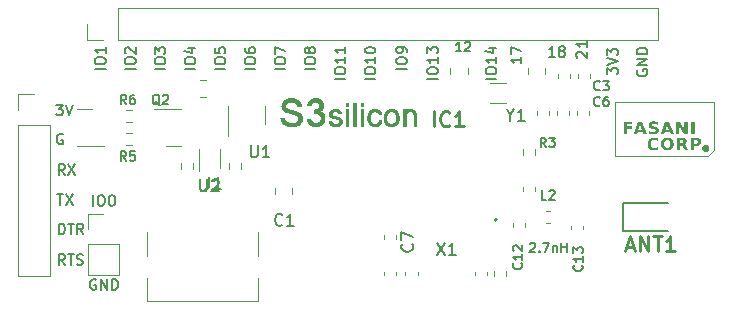
<source format=gto>
G04 #@! TF.GenerationSoftware,KiCad,Pcbnew,7.0.9-7.0.9~ubuntu22.04.1*
G04 #@! TF.CreationDate,2023-12-22T22:10:03+01:00*
G04 #@! TF.ProjectId,v7-soc-8bit,76372d73-6f63-42d3-9862-69742e6b6963,rev?*
G04 #@! TF.SameCoordinates,Original*
G04 #@! TF.FileFunction,Legend,Top*
G04 #@! TF.FilePolarity,Positive*
%FSLAX46Y46*%
G04 Gerber Fmt 4.6, Leading zero omitted, Abs format (unit mm)*
G04 Created by KiCad (PCBNEW 7.0.9-7.0.9~ubuntu22.04.1) date 2023-12-22 22:10:03*
%MOMM*%
%LPD*%
G01*
G04 APERTURE LIST*
%ADD10C,0.000000*%
%ADD11C,0.034395*%
%ADD12C,0.400000*%
%ADD13C,0.150000*%
%ADD14C,0.140000*%
%ADD15C,0.254000*%
%ADD16C,0.120000*%
%ADD17C,0.200000*%
G04 APERTURE END LIST*
D10*
G36*
X89197415Y-43547011D02*
G01*
X89197415Y-42817570D01*
X89457420Y-42817570D01*
X89457420Y-43881096D01*
X89151112Y-43881096D01*
X88764310Y-43151655D01*
X88764310Y-43881096D01*
X88504305Y-43881096D01*
X88504305Y-42817570D01*
X88810613Y-42817570D01*
X89197415Y-43547011D01*
G37*
D11*
X91723015Y-45214016D02*
X91723015Y-41161578D01*
D10*
G36*
X84774433Y-43024861D02*
G01*
X84308561Y-43024861D01*
X84308561Y-43222892D01*
X84746652Y-43222892D01*
X84746652Y-43430182D01*
X84308561Y-43430182D01*
X84308561Y-43881096D01*
X84034309Y-43881096D01*
X84034309Y-42817570D01*
X84774433Y-42817570D01*
X84774433Y-43024861D01*
G37*
G36*
X87777595Y-44177724D02*
G01*
X87807564Y-44179383D01*
X87836687Y-44182149D01*
X87864964Y-44186021D01*
X87892396Y-44191000D01*
X87918981Y-44197084D01*
X87944720Y-44204276D01*
X87969613Y-44212573D01*
X87993660Y-44221977D01*
X88016861Y-44232487D01*
X88039216Y-44244104D01*
X88060725Y-44256827D01*
X88081388Y-44270656D01*
X88101205Y-44285592D01*
X88120176Y-44301634D01*
X88138301Y-44318783D01*
X88155449Y-44336926D01*
X88171492Y-44355954D01*
X88186427Y-44375866D01*
X88200257Y-44396662D01*
X88212980Y-44418341D01*
X88224597Y-44440905D01*
X88235107Y-44464353D01*
X88244511Y-44488685D01*
X88252809Y-44513900D01*
X88260000Y-44540000D01*
X88266085Y-44566984D01*
X88271064Y-44594851D01*
X88274936Y-44623603D01*
X88277702Y-44653239D01*
X88279362Y-44683758D01*
X88279915Y-44715162D01*
X88279359Y-44746482D01*
X88277691Y-44776923D01*
X88274912Y-44806486D01*
X88271021Y-44835170D01*
X88266018Y-44862975D01*
X88259903Y-44889902D01*
X88252676Y-44915950D01*
X88244338Y-44941120D01*
X88234888Y-44965411D01*
X88224326Y-44988823D01*
X88212652Y-45011357D01*
X88199866Y-45033012D01*
X88185969Y-45053789D01*
X88170960Y-45073687D01*
X88154839Y-45092706D01*
X88137606Y-45110847D01*
X88119484Y-45127996D01*
X88100522Y-45144038D01*
X88080718Y-45158974D01*
X88060074Y-45172803D01*
X88038590Y-45185526D01*
X88016265Y-45197143D01*
X87993099Y-45207653D01*
X87969093Y-45217057D01*
X87944246Y-45225354D01*
X87918558Y-45232546D01*
X87892030Y-45238630D01*
X87864661Y-45243609D01*
X87836451Y-45247481D01*
X87807401Y-45250247D01*
X87777511Y-45251906D01*
X87746779Y-45252459D01*
X87716045Y-45251906D01*
X87686146Y-45250247D01*
X87657083Y-45247481D01*
X87628854Y-45243609D01*
X87601461Y-45238630D01*
X87574903Y-45232546D01*
X87549180Y-45225354D01*
X87524292Y-45217057D01*
X87500240Y-45207653D01*
X87477023Y-45197143D01*
X87454640Y-45185526D01*
X87433094Y-45172803D01*
X87412382Y-45158974D01*
X87392505Y-45144038D01*
X87373464Y-45127996D01*
X87355258Y-45110847D01*
X87338109Y-45092706D01*
X87322067Y-45073687D01*
X87307131Y-45053789D01*
X87293302Y-45033012D01*
X87280578Y-45011357D01*
X87268962Y-44988823D01*
X87258451Y-44965411D01*
X87249047Y-44941120D01*
X87240749Y-44915950D01*
X87233558Y-44889902D01*
X87227473Y-44862975D01*
X87222494Y-44835170D01*
X87218622Y-44806486D01*
X87215856Y-44776923D01*
X87214197Y-44746482D01*
X87213644Y-44715162D01*
X87213644Y-44715158D01*
X87489931Y-44715158D01*
X87490180Y-44734438D01*
X87490929Y-44753230D01*
X87492176Y-44771534D01*
X87493922Y-44789350D01*
X87496168Y-44806677D01*
X87498912Y-44823517D01*
X87502155Y-44839868D01*
X87505897Y-44855731D01*
X87510138Y-44871107D01*
X87514878Y-44885993D01*
X87520117Y-44900392D01*
X87525855Y-44914303D01*
X87532092Y-44927726D01*
X87538828Y-44940660D01*
X87546062Y-44953107D01*
X87553796Y-44965065D01*
X87562116Y-44976414D01*
X87570934Y-44987030D01*
X87575530Y-44992063D01*
X87580251Y-44996914D01*
X87585097Y-45001581D01*
X87590067Y-45006066D01*
X87595163Y-45010367D01*
X87600383Y-45014485D01*
X87605727Y-45018421D01*
X87611197Y-45022173D01*
X87616791Y-45025742D01*
X87622510Y-45029128D01*
X87628353Y-45032332D01*
X87634322Y-45035352D01*
X87640415Y-45038189D01*
X87646633Y-45040843D01*
X87652975Y-45043314D01*
X87659443Y-45045602D01*
X87672752Y-45049629D01*
X87686559Y-45052923D01*
X87700866Y-45055486D01*
X87715672Y-45057316D01*
X87730977Y-45058414D01*
X87746780Y-45058781D01*
X87754961Y-45058680D01*
X87763018Y-45058379D01*
X87770949Y-45057878D01*
X87778756Y-45057175D01*
X87786438Y-45056272D01*
X87793996Y-45055169D01*
X87801428Y-45053864D01*
X87808736Y-45052360D01*
X87815920Y-45050654D01*
X87822978Y-45048748D01*
X87829912Y-45046641D01*
X87836721Y-45044333D01*
X87843405Y-45041825D01*
X87849965Y-45039116D01*
X87856399Y-45036207D01*
X87862709Y-45033096D01*
X87868881Y-45029804D01*
X87874901Y-45026350D01*
X87880769Y-45022733D01*
X87886485Y-45018952D01*
X87892049Y-45015010D01*
X87897462Y-45010904D01*
X87902723Y-45006636D01*
X87907831Y-45002205D01*
X87912788Y-44997611D01*
X87917593Y-44992855D01*
X87922247Y-44987936D01*
X87926748Y-44982854D01*
X87931097Y-44977610D01*
X87935295Y-44972202D01*
X87939341Y-44966632D01*
X87943235Y-44960900D01*
X87946993Y-44954944D01*
X87950632Y-44948881D01*
X87954152Y-44942709D01*
X87957552Y-44936428D01*
X87960833Y-44930039D01*
X87963995Y-44923542D01*
X87967038Y-44916936D01*
X87969961Y-44910222D01*
X87972765Y-44903399D01*
X87975449Y-44896468D01*
X87978014Y-44889428D01*
X87980460Y-44882281D01*
X87982787Y-44875024D01*
X87984994Y-44867659D01*
X87987082Y-44860186D01*
X87989050Y-44852609D01*
X87992630Y-44836946D01*
X87995732Y-44820849D01*
X87998357Y-44804319D01*
X88000505Y-44787354D01*
X88002175Y-44769956D01*
X88003368Y-44752124D01*
X88004084Y-44733858D01*
X88004323Y-44715158D01*
X88004084Y-44696458D01*
X88003368Y-44678193D01*
X88002175Y-44660360D01*
X88000505Y-44642962D01*
X87998357Y-44625997D01*
X87995732Y-44609467D01*
X87992630Y-44593370D01*
X87989050Y-44577708D01*
X87984994Y-44562501D01*
X87980460Y-44547771D01*
X87975449Y-44533518D01*
X87972764Y-44526571D01*
X87969960Y-44519743D01*
X87967037Y-44513034D01*
X87963995Y-44506445D01*
X87960833Y-44499975D01*
X87957552Y-44493625D01*
X87954151Y-44487394D01*
X87950632Y-44481282D01*
X87946993Y-44475290D01*
X87943234Y-44469417D01*
X87939340Y-44463600D01*
X87935295Y-44457952D01*
X87931097Y-44452472D01*
X87926747Y-44447160D01*
X87922246Y-44442016D01*
X87917593Y-44437040D01*
X87912788Y-44432233D01*
X87907831Y-44427593D01*
X87902722Y-44423121D01*
X87897461Y-44418818D01*
X87892049Y-44414682D01*
X87886485Y-44410715D01*
X87880768Y-44406916D01*
X87874900Y-44403284D01*
X87868880Y-44399821D01*
X87862709Y-44396526D01*
X87856399Y-44393415D01*
X87849964Y-44390506D01*
X87843405Y-44387797D01*
X87836720Y-44385289D01*
X87829911Y-44382981D01*
X87822978Y-44380874D01*
X87815919Y-44378968D01*
X87808736Y-44377262D01*
X87801428Y-44375758D01*
X87793995Y-44374453D01*
X87786438Y-44373350D01*
X87778756Y-44372447D01*
X87770949Y-44371744D01*
X87763017Y-44371243D01*
X87754961Y-44370942D01*
X87746780Y-44370841D01*
X87736042Y-44371020D01*
X87725520Y-44371557D01*
X87715216Y-44372452D01*
X87705128Y-44373705D01*
X87695258Y-44375316D01*
X87685604Y-44377285D01*
X87676168Y-44379612D01*
X87666948Y-44382296D01*
X87657945Y-44385339D01*
X87649160Y-44388740D01*
X87640591Y-44392498D01*
X87632239Y-44396615D01*
X87624104Y-44401089D01*
X87616186Y-44405921D01*
X87608485Y-44411112D01*
X87601000Y-44416660D01*
X87593836Y-44422419D01*
X87586921Y-44428417D01*
X87580256Y-44434654D01*
X87573840Y-44441129D01*
X87567674Y-44447843D01*
X87561757Y-44454796D01*
X87556090Y-44461987D01*
X87550672Y-44469417D01*
X87545503Y-44477086D01*
X87540585Y-44484993D01*
X87535915Y-44493139D01*
X87531495Y-44501523D01*
X87527324Y-44510146D01*
X87523403Y-44519008D01*
X87519732Y-44528109D01*
X87516310Y-44537448D01*
X87513115Y-44547009D01*
X87510127Y-44556776D01*
X87507345Y-44566750D01*
X87504769Y-44576930D01*
X87502399Y-44587315D01*
X87500235Y-44597907D01*
X87498277Y-44608705D01*
X87496526Y-44619709D01*
X87494980Y-44630919D01*
X87493640Y-44642335D01*
X87492507Y-44653957D01*
X87491579Y-44665786D01*
X87490343Y-44690060D01*
X87489931Y-44715158D01*
X87213644Y-44715158D01*
X87214197Y-44683842D01*
X87215856Y-44653401D01*
X87218622Y-44623838D01*
X87222494Y-44595154D01*
X87227473Y-44567349D01*
X87233558Y-44540422D01*
X87240749Y-44514374D01*
X87249047Y-44489204D01*
X87258451Y-44464913D01*
X87268962Y-44441501D01*
X87280578Y-44418967D01*
X87293302Y-44397312D01*
X87307131Y-44376536D01*
X87322067Y-44356638D01*
X87338109Y-44337618D01*
X87355258Y-44319477D01*
X87373464Y-44302245D01*
X87392505Y-44286124D01*
X87412382Y-44271115D01*
X87433094Y-44257218D01*
X87454640Y-44244433D01*
X87477023Y-44232760D01*
X87500240Y-44222198D01*
X87524292Y-44212748D01*
X87549180Y-44204409D01*
X87574903Y-44197183D01*
X87601461Y-44191068D01*
X87628854Y-44186065D01*
X87657083Y-44182174D01*
X87686146Y-44179394D01*
X87716045Y-44177726D01*
X87746779Y-44177170D01*
X87777595Y-44177724D01*
G37*
G36*
X91018361Y-44770066D02*
G01*
X91034072Y-44771291D01*
X91049555Y-44773309D01*
X91064789Y-44776099D01*
X91079757Y-44779642D01*
X91094437Y-44783918D01*
X91108812Y-44788906D01*
X91122860Y-44794587D01*
X91136564Y-44800941D01*
X91149903Y-44807948D01*
X91162859Y-44815588D01*
X91175410Y-44823841D01*
X91187539Y-44832688D01*
X91199226Y-44842107D01*
X91210451Y-44852080D01*
X91221195Y-44862586D01*
X91231439Y-44873605D01*
X91241162Y-44885118D01*
X91250346Y-44897105D01*
X91258972Y-44909545D01*
X91267018Y-44922418D01*
X91274467Y-44935706D01*
X91281299Y-44949387D01*
X91287495Y-44963442D01*
X91293034Y-44977851D01*
X91297898Y-44992594D01*
X91302067Y-45007651D01*
X91305521Y-45023002D01*
X91308242Y-45038627D01*
X91310209Y-45054506D01*
X91311404Y-45070620D01*
X91311806Y-45086948D01*
X91311404Y-45103276D01*
X91310209Y-45119390D01*
X91308242Y-45135270D01*
X91305521Y-45150895D01*
X91302067Y-45166246D01*
X91297898Y-45181303D01*
X91293035Y-45196046D01*
X91287495Y-45210455D01*
X91281300Y-45224510D01*
X91274468Y-45238191D01*
X91267019Y-45251478D01*
X91258972Y-45264352D01*
X91250347Y-45276792D01*
X91241163Y-45288778D01*
X91231440Y-45300291D01*
X91221196Y-45311311D01*
X91210452Y-45321817D01*
X91199227Y-45331789D01*
X91187541Y-45341209D01*
X91175412Y-45350055D01*
X91162860Y-45358308D01*
X91149905Y-45365948D01*
X91136565Y-45372955D01*
X91122862Y-45379309D01*
X91108813Y-45384991D01*
X91094439Y-45389979D01*
X91079758Y-45394255D01*
X91064791Y-45397798D01*
X91049557Y-45400588D01*
X91034074Y-45402606D01*
X91018363Y-45403831D01*
X91002444Y-45404244D01*
X90986524Y-45403831D01*
X90970813Y-45402606D01*
X90955330Y-45400588D01*
X90940096Y-45397798D01*
X90925128Y-45394255D01*
X90910448Y-45389979D01*
X90896073Y-45384991D01*
X90882025Y-45379309D01*
X90868321Y-45372955D01*
X90854982Y-45365948D01*
X90842026Y-45358308D01*
X90829475Y-45350055D01*
X90817345Y-45341209D01*
X90805659Y-45331789D01*
X90794434Y-45321817D01*
X90783689Y-45311311D01*
X90773446Y-45300291D01*
X90763723Y-45288778D01*
X90754539Y-45276792D01*
X90745913Y-45264352D01*
X90737867Y-45251478D01*
X90730417Y-45238191D01*
X90723585Y-45224510D01*
X90717390Y-45210455D01*
X90711851Y-45196046D01*
X90706987Y-45181303D01*
X90702818Y-45166246D01*
X90699364Y-45150895D01*
X90696643Y-45135270D01*
X90694676Y-45119390D01*
X90693481Y-45103276D01*
X90693079Y-45086948D01*
X90693481Y-45070620D01*
X90694676Y-45054506D01*
X90696643Y-45038627D01*
X90699364Y-45023002D01*
X90702818Y-45007651D01*
X90706987Y-44992594D01*
X90711851Y-44977851D01*
X90717390Y-44963442D01*
X90723585Y-44949387D01*
X90730417Y-44935706D01*
X90737866Y-44922418D01*
X90745913Y-44909545D01*
X90754538Y-44897105D01*
X90763722Y-44885118D01*
X90773445Y-44873605D01*
X90783689Y-44862586D01*
X90794433Y-44852080D01*
X90805658Y-44842107D01*
X90817344Y-44832688D01*
X90829474Y-44823841D01*
X90842025Y-44815588D01*
X90854981Y-44807948D01*
X90868320Y-44800941D01*
X90882023Y-44794587D01*
X90896072Y-44788906D01*
X90910446Y-44783918D01*
X90925127Y-44779642D01*
X90940094Y-44776099D01*
X90955328Y-44773309D01*
X90970811Y-44771291D01*
X90986522Y-44770066D01*
X91002442Y-44769653D01*
X91018361Y-44770066D01*
G37*
D11*
X91188816Y-45754523D02*
X91723015Y-45214016D01*
D10*
G36*
X85999674Y-43881096D02*
G01*
X85723997Y-43881096D01*
X85657037Y-43687338D01*
X85228207Y-43687338D01*
X85160534Y-43881096D01*
X84884857Y-43881096D01*
X85029711Y-43490017D01*
X85296592Y-43490017D01*
X85587940Y-43490017D01*
X85442622Y-43066886D01*
X85296592Y-43490017D01*
X85029711Y-43490017D01*
X85278783Y-42817570D01*
X85605748Y-42817570D01*
X85999674Y-43881096D01*
G37*
G36*
X89013263Y-44196222D02*
G01*
X89039642Y-44197166D01*
X89064980Y-44198738D01*
X89089277Y-44200940D01*
X89112532Y-44203771D01*
X89134746Y-44207231D01*
X89155919Y-44211320D01*
X89176050Y-44216038D01*
X89185723Y-44218628D01*
X89195130Y-44221364D01*
X89204271Y-44224246D01*
X89213146Y-44227275D01*
X89221756Y-44230450D01*
X89230099Y-44233772D01*
X89238177Y-44237240D01*
X89245990Y-44240854D01*
X89253536Y-44244615D01*
X89260817Y-44248523D01*
X89267832Y-44252577D01*
X89274581Y-44256777D01*
X89281065Y-44261124D01*
X89287283Y-44265617D01*
X89293235Y-44270257D01*
X89298921Y-44275043D01*
X89304374Y-44279949D01*
X89309627Y-44284947D01*
X89314679Y-44290037D01*
X89319530Y-44295219D01*
X89324180Y-44300494D01*
X89328630Y-44305860D01*
X89332879Y-44311319D01*
X89336928Y-44316869D01*
X89340776Y-44322512D01*
X89344423Y-44328247D01*
X89347870Y-44334075D01*
X89351115Y-44339994D01*
X89354161Y-44346006D01*
X89357005Y-44352109D01*
X89359649Y-44358305D01*
X89362092Y-44364593D01*
X89364446Y-44370908D01*
X89366648Y-44377360D01*
X89368698Y-44383946D01*
X89370596Y-44390668D01*
X89372342Y-44397526D01*
X89373937Y-44404520D01*
X89375379Y-44411649D01*
X89376670Y-44418913D01*
X89377809Y-44426313D01*
X89378796Y-44433849D01*
X89379632Y-44441520D01*
X89380315Y-44449327D01*
X89380846Y-44457269D01*
X89381226Y-44465347D01*
X89381454Y-44473560D01*
X89381530Y-44481910D01*
X89381530Y-44481914D01*
X89380752Y-44506788D01*
X89378417Y-44530561D01*
X89374526Y-44553233D01*
X89369078Y-44574804D01*
X89365770Y-44585177D01*
X89362074Y-44595274D01*
X89357988Y-44605096D01*
X89353513Y-44614643D01*
X89348649Y-44623915D01*
X89343396Y-44632911D01*
X89337753Y-44641633D01*
X89331722Y-44650079D01*
X89325301Y-44658250D01*
X89318492Y-44666145D01*
X89311293Y-44673766D01*
X89303705Y-44681111D01*
X89295728Y-44688181D01*
X89287362Y-44694975D01*
X89278607Y-44701495D01*
X89269462Y-44707739D01*
X89250006Y-44719402D01*
X89228993Y-44729964D01*
X89206424Y-44739425D01*
X89182298Y-44747785D01*
X89189777Y-44749653D01*
X89197115Y-44751787D01*
X89204311Y-44754187D01*
X89211367Y-44756853D01*
X89218282Y-44759784D01*
X89225056Y-44762981D01*
X89231688Y-44766444D01*
X89238180Y-44770172D01*
X89244531Y-44774167D01*
X89250740Y-44778427D01*
X89256809Y-44782953D01*
X89262737Y-44787744D01*
X89268524Y-44792801D01*
X89274169Y-44798124D01*
X89279674Y-44803713D01*
X89285038Y-44809568D01*
X89290407Y-44815682D01*
X89295754Y-44822052D01*
X89301080Y-44828677D01*
X89306384Y-44835556D01*
X89311666Y-44842690D01*
X89316927Y-44850080D01*
X89322166Y-44857724D01*
X89327383Y-44865623D01*
X89332579Y-44873777D01*
X89337752Y-44882186D01*
X89348035Y-44899768D01*
X89358231Y-44918371D01*
X89368340Y-44937993D01*
X89513425Y-45232329D01*
X89228808Y-45232329D01*
X89102467Y-44974785D01*
X89098025Y-44965840D01*
X89093551Y-44957225D01*
X89089044Y-44948941D01*
X89084504Y-44940988D01*
X89079933Y-44933365D01*
X89075328Y-44926074D01*
X89070691Y-44919113D01*
X89066022Y-44912482D01*
X89061320Y-44906183D01*
X89056585Y-44900215D01*
X89051818Y-44894577D01*
X89047018Y-44889270D01*
X89042186Y-44884294D01*
X89037321Y-44879648D01*
X89032424Y-44875334D01*
X89027494Y-44871350D01*
X89022521Y-44867568D01*
X89017320Y-44864029D01*
X89011891Y-44860734D01*
X89006235Y-44857684D01*
X89000350Y-44854877D01*
X88994238Y-44852315D01*
X88987898Y-44849996D01*
X88981331Y-44847922D01*
X88974535Y-44846091D01*
X88967512Y-44844505D01*
X88960261Y-44843163D01*
X88952782Y-44842064D01*
X88945076Y-44841210D01*
X88937141Y-44840600D01*
X88928979Y-44840234D01*
X88920589Y-44840112D01*
X88844923Y-44840112D01*
X88844923Y-45232329D01*
X88577661Y-45232329D01*
X88577661Y-44389587D01*
X88844924Y-44389587D01*
X88844924Y-44655458D01*
X88957382Y-44655458D01*
X88968025Y-44655331D01*
X88978262Y-44654949D01*
X88988091Y-44654311D01*
X88997514Y-44653419D01*
X89006531Y-44652272D01*
X89015140Y-44650871D01*
X89023343Y-44649214D01*
X89031139Y-44647302D01*
X89038528Y-44645136D01*
X89045511Y-44642714D01*
X89052087Y-44640038D01*
X89058256Y-44637106D01*
X89064018Y-44633920D01*
X89069374Y-44630479D01*
X89074323Y-44626783D01*
X89078865Y-44622831D01*
X89083152Y-44618612D01*
X89087162Y-44614110D01*
X89090896Y-44609327D01*
X89094354Y-44604261D01*
X89097535Y-44598914D01*
X89100439Y-44593285D01*
X89103066Y-44587373D01*
X89105417Y-44581180D01*
X89107492Y-44574705D01*
X89109290Y-44567947D01*
X89110811Y-44560908D01*
X89112056Y-44553586D01*
X89113024Y-44545983D01*
X89113715Y-44538097D01*
X89114130Y-44529929D01*
X89114268Y-44521483D01*
X89114119Y-44512542D01*
X89113671Y-44503943D01*
X89112925Y-44495686D01*
X89111881Y-44487770D01*
X89110539Y-44480197D01*
X89108899Y-44472964D01*
X89106960Y-44466074D01*
X89104723Y-44459525D01*
X89102187Y-44453318D01*
X89099354Y-44447453D01*
X89096222Y-44441929D01*
X89092791Y-44436747D01*
X89089063Y-44431907D01*
X89085036Y-44427409D01*
X89080711Y-44423252D01*
X89076088Y-44419437D01*
X89071150Y-44415822D01*
X89065881Y-44412441D01*
X89060281Y-44409292D01*
X89054351Y-44406377D01*
X89048090Y-44403696D01*
X89041498Y-44401247D01*
X89034575Y-44399032D01*
X89027321Y-44397049D01*
X89019737Y-44395300D01*
X89011821Y-44393784D01*
X89003575Y-44392502D01*
X88994998Y-44391452D01*
X88986090Y-44390636D01*
X88976852Y-44390053D01*
X88967282Y-44389703D01*
X88957382Y-44389587D01*
X88844924Y-44389587D01*
X88577661Y-44389587D01*
X88577661Y-44195908D01*
X88985843Y-44195908D01*
X89013263Y-44196222D01*
G37*
G36*
X88301988Y-43881096D02*
G01*
X88026312Y-43881096D01*
X87959351Y-43687338D01*
X87530521Y-43687338D01*
X87462849Y-43881096D01*
X87187172Y-43881096D01*
X87332026Y-43490017D01*
X87598906Y-43490017D01*
X87890254Y-43490017D01*
X87744936Y-43066886D01*
X87598906Y-43490017D01*
X87332026Y-43490017D01*
X87581097Y-42817570D01*
X87908063Y-42817570D01*
X88301988Y-43881096D01*
G37*
G36*
X90060785Y-43881096D02*
G01*
X89786533Y-43881096D01*
X89786533Y-42817570D01*
X90060785Y-42817570D01*
X90060785Y-43881096D01*
G37*
D11*
X83351015Y-41161578D02*
X83351015Y-45754523D01*
D10*
G36*
X90235427Y-44196243D02*
G01*
X90258479Y-44197235D01*
X90280874Y-44198889D01*
X90302614Y-44201205D01*
X90323697Y-44204183D01*
X90344124Y-44207822D01*
X90363895Y-44212122D01*
X90383009Y-44217085D01*
X90401467Y-44222709D01*
X90419269Y-44228994D01*
X90436415Y-44235942D01*
X90452905Y-44243550D01*
X90468738Y-44251821D01*
X90483916Y-44260753D01*
X90498437Y-44270346D01*
X90512301Y-44280602D01*
X90525499Y-44291516D01*
X90537845Y-44303086D01*
X90549340Y-44315313D01*
X90559983Y-44328196D01*
X90569775Y-44341735D01*
X90578716Y-44355930D01*
X90586804Y-44370782D01*
X90594042Y-44386290D01*
X90600428Y-44402454D01*
X90605962Y-44419275D01*
X90610645Y-44436752D01*
X90614477Y-44454885D01*
X90617457Y-44473674D01*
X90619586Y-44493120D01*
X90620863Y-44513222D01*
X90621289Y-44533980D01*
X90620863Y-44554740D01*
X90619586Y-44574850D01*
X90617457Y-44594308D01*
X90614477Y-44613116D01*
X90610645Y-44631274D01*
X90605962Y-44648780D01*
X90600428Y-44665636D01*
X90594042Y-44681840D01*
X90586804Y-44697394D01*
X90578716Y-44712298D01*
X90569775Y-44726551D01*
X90559983Y-44740152D01*
X90549340Y-44753104D01*
X90537845Y-44765404D01*
X90525499Y-44777054D01*
X90512301Y-44788053D01*
X90498355Y-44798308D01*
X90483764Y-44807902D01*
X90468527Y-44816834D01*
X90452645Y-44825104D01*
X90436117Y-44832713D01*
X90418944Y-44839660D01*
X90401126Y-44845946D01*
X90382662Y-44851570D01*
X90363553Y-44856532D01*
X90343798Y-44860833D01*
X90323398Y-44864472D01*
X90302353Y-44867449D01*
X90280663Y-44869765D01*
X90258327Y-44871419D01*
X90235345Y-44872412D01*
X90211718Y-44872743D01*
X90035395Y-44872743D01*
X90035395Y-45232333D01*
X89768133Y-45232333D01*
X89768133Y-44389587D01*
X90035395Y-44389587D01*
X90035395Y-44679064D01*
X90183257Y-44679064D01*
X90192753Y-44678920D01*
X90201978Y-44678489D01*
X90210932Y-44677770D01*
X90219615Y-44676764D01*
X90228027Y-44675471D01*
X90236167Y-44673890D01*
X90244036Y-44672022D01*
X90251634Y-44669866D01*
X90258961Y-44667423D01*
X90266017Y-44664692D01*
X90272802Y-44661674D01*
X90279315Y-44658368D01*
X90285557Y-44654775D01*
X90291528Y-44650895D01*
X90297228Y-44646727D01*
X90302657Y-44642271D01*
X90307869Y-44637455D01*
X90312745Y-44632379D01*
X90317284Y-44627043D01*
X90321487Y-44621446D01*
X90325354Y-44615589D01*
X90328884Y-44609471D01*
X90332079Y-44603094D01*
X90334937Y-44596455D01*
X90337459Y-44589557D01*
X90339644Y-44582398D01*
X90341494Y-44574979D01*
X90343007Y-44567300D01*
X90344184Y-44559361D01*
X90345024Y-44551161D01*
X90345529Y-44542701D01*
X90345697Y-44533980D01*
X90345529Y-44525262D01*
X90345024Y-44516809D01*
X90344184Y-44508623D01*
X90343007Y-44500702D01*
X90341494Y-44493047D01*
X90339644Y-44485657D01*
X90337459Y-44478534D01*
X90334937Y-44471676D01*
X90332079Y-44465084D01*
X90328884Y-44458758D01*
X90325354Y-44452697D01*
X90321487Y-44446902D01*
X90317284Y-44441373D01*
X90312745Y-44436109D01*
X90307869Y-44431112D01*
X90302657Y-44426379D01*
X90297228Y-44421924D01*
X90291528Y-44417756D01*
X90285557Y-44413875D01*
X90279315Y-44410282D01*
X90272802Y-44406977D01*
X90266017Y-44403958D01*
X90258961Y-44401228D01*
X90251634Y-44398784D01*
X90244036Y-44396629D01*
X90236167Y-44394760D01*
X90228027Y-44393180D01*
X90219615Y-44391886D01*
X90210932Y-44390880D01*
X90201978Y-44390162D01*
X90192753Y-44389731D01*
X90183257Y-44389587D01*
X90035395Y-44389587D01*
X89768133Y-44389587D01*
X89768133Y-44195912D01*
X90211718Y-44195912D01*
X90235427Y-44196243D01*
G37*
D11*
X83351015Y-45754523D02*
X91188816Y-45754523D01*
D10*
G36*
X86657565Y-44177471D02*
G01*
X86678800Y-44178374D01*
X86699845Y-44179879D01*
X86720701Y-44181986D01*
X86741366Y-44184695D01*
X86761842Y-44188006D01*
X86782128Y-44191919D01*
X86802224Y-44196434D01*
X86822131Y-44201551D01*
X86841847Y-44207270D01*
X86861374Y-44213591D01*
X86880711Y-44220514D01*
X86899858Y-44228039D01*
X86918815Y-44236167D01*
X86937583Y-44244896D01*
X86956160Y-44254227D01*
X86956160Y-44468730D01*
X86938073Y-44456877D01*
X86919911Y-44445789D01*
X86901672Y-44435466D01*
X86883357Y-44425907D01*
X86864967Y-44417113D01*
X86846500Y-44409084D01*
X86827958Y-44401819D01*
X86809340Y-44395320D01*
X86790646Y-44389584D01*
X86771875Y-44384614D01*
X86753029Y-44380408D01*
X86734107Y-44376967D01*
X86715110Y-44374290D01*
X86696036Y-44372379D01*
X86676886Y-44371232D01*
X86657660Y-44370849D01*
X86639693Y-44371213D01*
X86622235Y-44372303D01*
X86605287Y-44374120D01*
X86588849Y-44376663D01*
X86572921Y-44379934D01*
X86557502Y-44383931D01*
X86542594Y-44388655D01*
X86528195Y-44394105D01*
X86514306Y-44400282D01*
X86500926Y-44407186D01*
X86488057Y-44414817D01*
X86475697Y-44423174D01*
X86463847Y-44432258D01*
X86452507Y-44442069D01*
X86441676Y-44452606D01*
X86431356Y-44463870D01*
X86421605Y-44475672D01*
X86412482Y-44487994D01*
X86403990Y-44500836D01*
X86396126Y-44514200D01*
X86388891Y-44528083D01*
X86382285Y-44542488D01*
X86376309Y-44557413D01*
X86370962Y-44572859D01*
X86366243Y-44588825D01*
X86362154Y-44605312D01*
X86358694Y-44622319D01*
X86355863Y-44639847D01*
X86353661Y-44657896D01*
X86352088Y-44676466D01*
X86351145Y-44695555D01*
X86350830Y-44715166D01*
X86351145Y-44734777D01*
X86352088Y-44753867D01*
X86353661Y-44772436D01*
X86355863Y-44790485D01*
X86358694Y-44808013D01*
X86362154Y-44825020D01*
X86366243Y-44841507D01*
X86370962Y-44857474D01*
X86376309Y-44872919D01*
X86382285Y-44887844D01*
X86388891Y-44902249D01*
X86396126Y-44916133D01*
X86403990Y-44929496D01*
X86412482Y-44942338D01*
X86421605Y-44954660D01*
X86431356Y-44966462D01*
X86441676Y-44977642D01*
X86452507Y-44988101D01*
X86463847Y-44997839D01*
X86475697Y-45006855D01*
X86488057Y-45015150D01*
X86500926Y-45022724D01*
X86514306Y-45029576D01*
X86528195Y-45035707D01*
X86542594Y-45041117D01*
X86557502Y-45045805D01*
X86572921Y-45049772D01*
X86588849Y-45053018D01*
X86605287Y-45055543D01*
X86622235Y-45057346D01*
X86639693Y-45058428D01*
X86657660Y-45058789D01*
X86657659Y-45058781D01*
X86677048Y-45058398D01*
X86696338Y-45057251D01*
X86715532Y-45055339D01*
X86734627Y-45052663D01*
X86753625Y-45049222D01*
X86772525Y-45045016D01*
X86791328Y-45040046D01*
X86810033Y-45034310D01*
X86828641Y-45027810D01*
X86847151Y-45020546D01*
X86865563Y-45012517D01*
X86883877Y-45003723D01*
X86902094Y-44994164D01*
X86920214Y-44983841D01*
X86938236Y-44972752D01*
X86956160Y-44960900D01*
X86956160Y-45175403D01*
X86937582Y-45184734D01*
X86918815Y-45193463D01*
X86899857Y-45201591D01*
X86880710Y-45209116D01*
X86861373Y-45216039D01*
X86841847Y-45222360D01*
X86822130Y-45228079D01*
X86802224Y-45233196D01*
X86782128Y-45237711D01*
X86761842Y-45241624D01*
X86741366Y-45244935D01*
X86720700Y-45247644D01*
X86699845Y-45249751D01*
X86678800Y-45251256D01*
X86657565Y-45252158D01*
X86636140Y-45252459D01*
X86604028Y-45251898D01*
X86572774Y-45250214D01*
X86542376Y-45247408D01*
X86512835Y-45243479D01*
X86484151Y-45238427D01*
X86456324Y-45232253D01*
X86429354Y-45224956D01*
X86403240Y-45216536D01*
X86377984Y-45206994D01*
X86353584Y-45196329D01*
X86330042Y-45184542D01*
X86307356Y-45171632D01*
X86285527Y-45157599D01*
X86264555Y-45142443D01*
X86244440Y-45126165D01*
X86225181Y-45108764D01*
X86206940Y-45090306D01*
X86189876Y-45071030D01*
X86173988Y-45050934D01*
X86159277Y-45030019D01*
X86145743Y-45008285D01*
X86133386Y-44985732D01*
X86122206Y-44962360D01*
X86112203Y-44938170D01*
X86103376Y-44913160D01*
X86095727Y-44887331D01*
X86089254Y-44860684D01*
X86083958Y-44833217D01*
X86079839Y-44804932D01*
X86076897Y-44775828D01*
X86075131Y-44745904D01*
X86074543Y-44715162D01*
X86075129Y-44684420D01*
X86076886Y-44654497D01*
X86079814Y-44625392D01*
X86083915Y-44597107D01*
X86089186Y-44569640D01*
X86095629Y-44542993D01*
X86103243Y-44517164D01*
X86112029Y-44492155D01*
X86121986Y-44467964D01*
X86133115Y-44444592D01*
X86145415Y-44422039D01*
X86158887Y-44400305D01*
X86173530Y-44379391D01*
X86189344Y-44359295D01*
X86206330Y-44340018D01*
X86224488Y-44321560D01*
X86243748Y-44304075D01*
X86263872Y-44287719D01*
X86284857Y-44272490D01*
X86306705Y-44258390D01*
X86329415Y-44245418D01*
X86352988Y-44233573D01*
X86377423Y-44222857D01*
X86402720Y-44213268D01*
X86428879Y-44204808D01*
X86455901Y-44197476D01*
X86483785Y-44191271D01*
X86512532Y-44186195D01*
X86542140Y-44182247D01*
X86572611Y-44179427D01*
X86603945Y-44177734D01*
X86636140Y-44177170D01*
X86657565Y-44177471D01*
G37*
G36*
X86614727Y-42799160D02*
G01*
X86659760Y-42801631D01*
X86705372Y-42805750D01*
X86751563Y-42811515D01*
X86798333Y-42818928D01*
X86845681Y-42827988D01*
X86893608Y-42838695D01*
X86942115Y-42851050D01*
X86942115Y-43076150D01*
X86920129Y-43066575D01*
X86898339Y-43057618D01*
X86876743Y-43049279D01*
X86855342Y-43041557D01*
X86834136Y-43034453D01*
X86813125Y-43027967D01*
X86792308Y-43022099D01*
X86771686Y-43016848D01*
X86751259Y-43012216D01*
X86731027Y-43008200D01*
X86710990Y-43004803D01*
X86691147Y-43002023D01*
X86671499Y-42999862D01*
X86652046Y-42998317D01*
X86632788Y-42997391D01*
X86613725Y-42997082D01*
X86588659Y-42997538D01*
X86576828Y-42998109D01*
X86565464Y-42998907D01*
X86554567Y-42999934D01*
X86544138Y-43001189D01*
X86534176Y-43002672D01*
X86524682Y-43004384D01*
X86515655Y-43006323D01*
X86507096Y-43008491D01*
X86499004Y-43010887D01*
X86491380Y-43013511D01*
X86484223Y-43016363D01*
X86477534Y-43019444D01*
X86471312Y-43022752D01*
X86465558Y-43026289D01*
X86460209Y-43029948D01*
X86455206Y-43033802D01*
X86452834Y-43035802D01*
X86450548Y-43037851D01*
X86448349Y-43039948D01*
X86446235Y-43042094D01*
X86444208Y-43044289D01*
X86442267Y-43046532D01*
X86440413Y-43048824D01*
X86438644Y-43051165D01*
X86436962Y-43053555D01*
X86435366Y-43055993D01*
X86433857Y-43058480D01*
X86432434Y-43061016D01*
X86431097Y-43063600D01*
X86429846Y-43066233D01*
X86428681Y-43068915D01*
X86427603Y-43071645D01*
X86426611Y-43074425D01*
X86425705Y-43077252D01*
X86424886Y-43080129D01*
X86424153Y-43083054D01*
X86423506Y-43086028D01*
X86422945Y-43089051D01*
X86422082Y-43095242D01*
X86421565Y-43101628D01*
X86421392Y-43108210D01*
X86421526Y-43113736D01*
X86421927Y-43119095D01*
X86422594Y-43124287D01*
X86423529Y-43129312D01*
X86424731Y-43134171D01*
X86426201Y-43138862D01*
X86427937Y-43143386D01*
X86429940Y-43147744D01*
X86432211Y-43151935D01*
X86434749Y-43155958D01*
X86437554Y-43159815D01*
X86440626Y-43163505D01*
X86443965Y-43167027D01*
X86447571Y-43170383D01*
X86451444Y-43173572D01*
X86455585Y-43176594D01*
X86460031Y-43179418D01*
X86464823Y-43182193D01*
X86469960Y-43184917D01*
X86475441Y-43187591D01*
X86481268Y-43190215D01*
X86487440Y-43192789D01*
X86493957Y-43195312D01*
X86500819Y-43197786D01*
X86508026Y-43200209D01*
X86515577Y-43202583D01*
X86523474Y-43204906D01*
X86531716Y-43207179D01*
X86540303Y-43209402D01*
X86549236Y-43211575D01*
X86558513Y-43213698D01*
X86568135Y-43215771D01*
X86684959Y-43239277D01*
X86705964Y-43243698D01*
X86726241Y-43248415D01*
X86745789Y-43253427D01*
X86764607Y-43258733D01*
X86782697Y-43264335D01*
X86800058Y-43270231D01*
X86816689Y-43276422D01*
X86832592Y-43282908D01*
X86847765Y-43289689D01*
X86862209Y-43296765D01*
X86875925Y-43304136D01*
X86888911Y-43311802D01*
X86901168Y-43319763D01*
X86912697Y-43328018D01*
X86923496Y-43336568D01*
X86933566Y-43345414D01*
X86943055Y-43354577D01*
X86951931Y-43364258D01*
X86960196Y-43374457D01*
X86967848Y-43385172D01*
X86974888Y-43396406D01*
X86981316Y-43408157D01*
X86987131Y-43420425D01*
X86992335Y-43433211D01*
X86996926Y-43446514D01*
X87000905Y-43460335D01*
X87004272Y-43474674D01*
X87007027Y-43489530D01*
X87009169Y-43504903D01*
X87010700Y-43520794D01*
X87011618Y-43537202D01*
X87011924Y-43554128D01*
X87011501Y-43576534D01*
X87010232Y-43598160D01*
X87008117Y-43619007D01*
X87005157Y-43639076D01*
X87001350Y-43658365D01*
X86996698Y-43676874D01*
X86991199Y-43694605D01*
X86984855Y-43711557D01*
X86977665Y-43727729D01*
X86969629Y-43743122D01*
X86960747Y-43757736D01*
X86951019Y-43771571D01*
X86940445Y-43784627D01*
X86929025Y-43796904D01*
X86916759Y-43808401D01*
X86903648Y-43819119D01*
X86889729Y-43829125D01*
X86875043Y-43838485D01*
X86859588Y-43847200D01*
X86843366Y-43855270D01*
X86826375Y-43862693D01*
X86808617Y-43869472D01*
X86790090Y-43875604D01*
X86770796Y-43881092D01*
X86750733Y-43885933D01*
X86729903Y-43890129D01*
X86708305Y-43893680D01*
X86685938Y-43896585D01*
X86662804Y-43898845D01*
X86638901Y-43900458D01*
X86614231Y-43901427D01*
X86588792Y-43901750D01*
X86563579Y-43901452D01*
X86538339Y-43900559D01*
X86513070Y-43899070D01*
X86487773Y-43896986D01*
X86462449Y-43894306D01*
X86437097Y-43891031D01*
X86411717Y-43887161D01*
X86386309Y-43882695D01*
X86360873Y-43877633D01*
X86335410Y-43871977D01*
X86309918Y-43865724D01*
X86284399Y-43858876D01*
X86258852Y-43851433D01*
X86233278Y-43843394D01*
X86207675Y-43834760D01*
X86182045Y-43825530D01*
X86182045Y-43594019D01*
X86207739Y-43607218D01*
X86233177Y-43619564D01*
X86258360Y-43631059D01*
X86283286Y-43641703D01*
X86307957Y-43651495D01*
X86332371Y-43660435D01*
X86356530Y-43668524D01*
X86380432Y-43675762D01*
X86404079Y-43682148D01*
X86427469Y-43687682D01*
X86450603Y-43692366D01*
X86473482Y-43696197D01*
X86496104Y-43699177D01*
X86518471Y-43701306D01*
X86540581Y-43702583D01*
X86562435Y-43703009D01*
X86576226Y-43702842D01*
X86589460Y-43702341D01*
X86602137Y-43701506D01*
X86614258Y-43700337D01*
X86625822Y-43698834D01*
X86636830Y-43696997D01*
X86647282Y-43694826D01*
X86657177Y-43692321D01*
X86661993Y-43690868D01*
X86666649Y-43689359D01*
X86671143Y-43687795D01*
X86675475Y-43686175D01*
X86679646Y-43684500D01*
X86683656Y-43682769D01*
X86687504Y-43680982D01*
X86691191Y-43679140D01*
X86694717Y-43677242D01*
X86698081Y-43675289D01*
X86701284Y-43673280D01*
X86704325Y-43671216D01*
X86707205Y-43669096D01*
X86709923Y-43666921D01*
X86712481Y-43664690D01*
X86714876Y-43662404D01*
X86717147Y-43660005D01*
X86719329Y-43657618D01*
X86721421Y-43655241D01*
X86723425Y-43652876D01*
X86725339Y-43650522D01*
X86727164Y-43648179D01*
X86728901Y-43645847D01*
X86730548Y-43643527D01*
X86732106Y-43641217D01*
X86733575Y-43638919D01*
X86734956Y-43636631D01*
X86736247Y-43634355D01*
X86737449Y-43632090D01*
X86738562Y-43629836D01*
X86739586Y-43627593D01*
X86740521Y-43625361D01*
X86741384Y-43623126D01*
X86742191Y-43620875D01*
X86742942Y-43618607D01*
X86743638Y-43616322D01*
X86744278Y-43614021D01*
X86744862Y-43611703D01*
X86745391Y-43609369D01*
X86745864Y-43607017D01*
X86746281Y-43604649D01*
X86746643Y-43602265D01*
X86746949Y-43599864D01*
X86747200Y-43597446D01*
X86747394Y-43595012D01*
X86747533Y-43592560D01*
X86747617Y-43590093D01*
X86747645Y-43587608D01*
X86747500Y-43581036D01*
X86747066Y-43574676D01*
X86746343Y-43568526D01*
X86745330Y-43562589D01*
X86744027Y-43556862D01*
X86742436Y-43551347D01*
X86740555Y-43546043D01*
X86738384Y-43540951D01*
X86735925Y-43536070D01*
X86733175Y-43531401D01*
X86730137Y-43526943D01*
X86726809Y-43522697D01*
X86723191Y-43518662D01*
X86719284Y-43514838D01*
X86715088Y-43511227D01*
X86710603Y-43507826D01*
X86705858Y-43504559D01*
X86700708Y-43501348D01*
X86695151Y-43498193D01*
X86689188Y-43495093D01*
X86682818Y-43492049D01*
X86676043Y-43489061D01*
X86668861Y-43486128D01*
X86661273Y-43483251D01*
X86653279Y-43480430D01*
X86644878Y-43477664D01*
X86636071Y-43474954D01*
X86626858Y-43472300D01*
X86617239Y-43469701D01*
X86607213Y-43467158D01*
X86596781Y-43464670D01*
X86585943Y-43462238D01*
X86479804Y-43438732D01*
X86461127Y-43434397D01*
X86443029Y-43429761D01*
X86425510Y-43424825D01*
X86408569Y-43419588D01*
X86392208Y-43414051D01*
X86376425Y-43408213D01*
X86361221Y-43402074D01*
X86346595Y-43395635D01*
X86332549Y-43388896D01*
X86319081Y-43381856D01*
X86306192Y-43374516D01*
X86293882Y-43366875D01*
X86282151Y-43358933D01*
X86270998Y-43350691D01*
X86260424Y-43342148D01*
X86250429Y-43333305D01*
X86241027Y-43324073D01*
X86232231Y-43314361D01*
X86224042Y-43304172D01*
X86216459Y-43293503D01*
X86209483Y-43282356D01*
X86203114Y-43270731D01*
X86197351Y-43258626D01*
X86192195Y-43246043D01*
X86187646Y-43232982D01*
X86183703Y-43219442D01*
X86180366Y-43205423D01*
X86177637Y-43190926D01*
X86175514Y-43175949D01*
X86173997Y-43160495D01*
X86173087Y-43144561D01*
X86172784Y-43128149D01*
X86173196Y-43107900D01*
X86174431Y-43088292D01*
X86176490Y-43069323D01*
X86179373Y-43050994D01*
X86183079Y-43033305D01*
X86187610Y-43016256D01*
X86192963Y-42999847D01*
X86199141Y-42984078D01*
X86206142Y-42968949D01*
X86213966Y-42954460D01*
X86222614Y-42940611D01*
X86232086Y-42927402D01*
X86242382Y-42914834D01*
X86253501Y-42902905D01*
X86265444Y-42891616D01*
X86278211Y-42880967D01*
X86291706Y-42870962D01*
X86305836Y-42861601D01*
X86320600Y-42852886D01*
X86335999Y-42844817D01*
X86352033Y-42837393D01*
X86368700Y-42830615D01*
X86386002Y-42824482D01*
X86403939Y-42818995D01*
X86422510Y-42814153D01*
X86441716Y-42809957D01*
X86461555Y-42806406D01*
X86482030Y-42803501D01*
X86503138Y-42801242D01*
X86524882Y-42799628D01*
X86547259Y-42798660D01*
X86570271Y-42798337D01*
X86570272Y-42798337D01*
X86614727Y-42799160D01*
G37*
D11*
X91723015Y-41161578D02*
X83351015Y-41161578D01*
D12*
G36*
X56905673Y-42562097D02*
G01*
X56905199Y-42589380D01*
X56903777Y-42616273D01*
X56901407Y-42642777D01*
X56898089Y-42668892D01*
X56893823Y-42694618D01*
X56888609Y-42719954D01*
X56882448Y-42744902D01*
X56875338Y-42769459D01*
X56867280Y-42793628D01*
X56858275Y-42817407D01*
X56848321Y-42840797D01*
X56837419Y-42863798D01*
X56825570Y-42886410D01*
X56812772Y-42908632D01*
X56799027Y-42930465D01*
X56784333Y-42951909D01*
X56768921Y-42972771D01*
X56752872Y-42993006D01*
X56736186Y-43012613D01*
X56718864Y-43031593D01*
X56700905Y-43049946D01*
X56682310Y-43067671D01*
X56663078Y-43084768D01*
X56643210Y-43101239D01*
X56622705Y-43117082D01*
X56601563Y-43132297D01*
X56579785Y-43146886D01*
X56557370Y-43160846D01*
X56534319Y-43174180D01*
X56510631Y-43186886D01*
X56486307Y-43198964D01*
X56461346Y-43210415D01*
X56435962Y-43221205D01*
X56410220Y-43231298D01*
X56384121Y-43240695D01*
X56357665Y-43249397D01*
X56330852Y-43257402D01*
X56303681Y-43264711D01*
X56276154Y-43271323D01*
X56248269Y-43277240D01*
X56220027Y-43282461D01*
X56191427Y-43286986D01*
X56162471Y-43290814D01*
X56133157Y-43293946D01*
X56103486Y-43296383D01*
X56073458Y-43298123D01*
X56043073Y-43299167D01*
X56012330Y-43299515D01*
X55979500Y-43299268D01*
X55947175Y-43298526D01*
X55915354Y-43297290D01*
X55884039Y-43295558D01*
X55853228Y-43293333D01*
X55822922Y-43290613D01*
X55793121Y-43287398D01*
X55763825Y-43283688D01*
X55735034Y-43279484D01*
X55706748Y-43274786D01*
X55688171Y-43271378D01*
X55660960Y-43265933D01*
X55634501Y-43260147D01*
X55608794Y-43254021D01*
X55583840Y-43247556D01*
X55559637Y-43240750D01*
X55536187Y-43233604D01*
X55513489Y-43226118D01*
X55484395Y-43215608D01*
X55456639Y-43204493D01*
X55436699Y-43195761D01*
X55411117Y-43183442D01*
X55386250Y-43170518D01*
X55362098Y-43156990D01*
X55338660Y-43142858D01*
X55315936Y-43128121D01*
X55293927Y-43112779D01*
X55272632Y-43096833D01*
X55252051Y-43080283D01*
X55232322Y-43063219D01*
X55213583Y-43046028D01*
X55195833Y-43028708D01*
X55179071Y-43011260D01*
X55163299Y-42993683D01*
X55144975Y-42971533D01*
X55128197Y-42949182D01*
X55121919Y-42940185D01*
X55106946Y-42917199D01*
X55092804Y-42893668D01*
X55079492Y-42869594D01*
X55067010Y-42844976D01*
X55055358Y-42819814D01*
X55044536Y-42794109D01*
X55040439Y-42783674D01*
X55030851Y-42757723D01*
X55022235Y-42732257D01*
X55014593Y-42707279D01*
X55007924Y-42682787D01*
X55002228Y-42658781D01*
X54997506Y-42635262D01*
X54995889Y-42625991D01*
X54992300Y-42602655D01*
X54989226Y-42579177D01*
X54986667Y-42555555D01*
X54984624Y-42531790D01*
X54983095Y-42507882D01*
X54982082Y-42483830D01*
X54981821Y-42474170D01*
X55377494Y-42474170D01*
X55380416Y-42498167D01*
X55384199Y-42521504D01*
X55390138Y-42549748D01*
X55397422Y-42576962D01*
X55406052Y-42603146D01*
X55416027Y-42628299D01*
X55424975Y-42647680D01*
X55437340Y-42670792D01*
X55450621Y-42692502D01*
X55464817Y-42712810D01*
X55479930Y-42731715D01*
X55495958Y-42749217D01*
X55516401Y-42768369D01*
X55519937Y-42771364D01*
X55541403Y-42788435D01*
X55563159Y-42804475D01*
X55585202Y-42819484D01*
X55607534Y-42833463D01*
X55630155Y-42846412D01*
X55637759Y-42850499D01*
X55660971Y-42862012D01*
X55684883Y-42872371D01*
X55709496Y-42881576D01*
X55734809Y-42889627D01*
X55760823Y-42896524D01*
X55769651Y-42898566D01*
X55795569Y-42903931D01*
X55820126Y-42908595D01*
X55843324Y-42912559D01*
X55868669Y-42916298D01*
X55892163Y-42919083D01*
X55918285Y-42921391D01*
X55944480Y-42923039D01*
X55970748Y-42924028D01*
X55997090Y-42924358D01*
X56026376Y-42923978D01*
X56054883Y-42922838D01*
X56082613Y-42920937D01*
X56109563Y-42918277D01*
X56135735Y-42914856D01*
X56161129Y-42910674D01*
X56185744Y-42905733D01*
X56209581Y-42900032D01*
X56232639Y-42893570D01*
X56265766Y-42882452D01*
X56297142Y-42869623D01*
X56326766Y-42855084D01*
X56354638Y-42838835D01*
X56372247Y-42827052D01*
X56396864Y-42808321D01*
X56419061Y-42788838D01*
X56438836Y-42768602D01*
X56456190Y-42747615D01*
X56471122Y-42725875D01*
X56483633Y-42703383D01*
X56493722Y-42680139D01*
X56501390Y-42656143D01*
X56506636Y-42631394D01*
X56509461Y-42605894D01*
X56510000Y-42588475D01*
X56509377Y-42562830D01*
X56507508Y-42539236D01*
X56503917Y-42515145D01*
X56500034Y-42498203D01*
X56491287Y-42474985D01*
X56479108Y-42454480D01*
X56462848Y-42434346D01*
X56454312Y-42425517D01*
X56436287Y-42408261D01*
X56417383Y-42392251D01*
X56397599Y-42377486D01*
X56376936Y-42363967D01*
X56356456Y-42352515D01*
X56335284Y-42342431D01*
X56310775Y-42332099D01*
X56287800Y-42323301D01*
X56262506Y-42314331D01*
X56246217Y-42308866D01*
X56223915Y-42301548D01*
X56201557Y-42294248D01*
X56179145Y-42286967D01*
X56156678Y-42279704D01*
X56134156Y-42272459D01*
X56111578Y-42265232D01*
X56088946Y-42258024D01*
X56066259Y-42250834D01*
X56042601Y-42243333D01*
X56016763Y-42235190D01*
X55988746Y-42226407D01*
X55966302Y-42219398D01*
X55942632Y-42212029D01*
X55917736Y-42204300D01*
X55891613Y-42196209D01*
X55864265Y-42187758D01*
X55835690Y-42178947D01*
X55815959Y-42172872D01*
X55784339Y-42163726D01*
X55754108Y-42154902D01*
X55725263Y-42146397D01*
X55697807Y-42138214D01*
X55671737Y-42130351D01*
X55647056Y-42122808D01*
X55623762Y-42115586D01*
X55591423Y-42105354D01*
X55562206Y-42095844D01*
X55536111Y-42087054D01*
X55513138Y-42078986D01*
X55487365Y-42069351D01*
X55476559Y-42065014D01*
X55441255Y-42049959D01*
X55407591Y-42034102D01*
X55375566Y-42017444D01*
X55345181Y-41999984D01*
X55316435Y-41981724D01*
X55289329Y-41962661D01*
X55263862Y-41942797D01*
X55240034Y-41922132D01*
X55217846Y-41900665D01*
X55197298Y-41878397D01*
X55178389Y-41855328D01*
X55161120Y-41831457D01*
X55145490Y-41806785D01*
X55131499Y-41781311D01*
X55119148Y-41755036D01*
X55108436Y-41727959D01*
X55100331Y-41704008D01*
X55093306Y-41679342D01*
X55087361Y-41653963D01*
X55082498Y-41627868D01*
X55078715Y-41601060D01*
X55076013Y-41573536D01*
X55074392Y-41545299D01*
X55073852Y-41516347D01*
X55074795Y-41477560D01*
X55077625Y-41439749D01*
X55082342Y-41402914D01*
X55088946Y-41367054D01*
X55097436Y-41332169D01*
X55107814Y-41298260D01*
X55120078Y-41265326D01*
X55134228Y-41233367D01*
X55150266Y-41202384D01*
X55168190Y-41172377D01*
X55188002Y-41143345D01*
X55209699Y-41115288D01*
X55233284Y-41088207D01*
X55258756Y-41062101D01*
X55286114Y-41036971D01*
X55315359Y-41012816D01*
X55346042Y-40989888D01*
X55377714Y-40968440D01*
X55410375Y-40948471D01*
X55444026Y-40929981D01*
X55478666Y-40912970D01*
X55514295Y-40897439D01*
X55550913Y-40883386D01*
X55588520Y-40870813D01*
X55627117Y-40859719D01*
X55666702Y-40850104D01*
X55707277Y-40841969D01*
X55748841Y-40835312D01*
X55791394Y-40830135D01*
X55834937Y-40826437D01*
X55879468Y-40824219D01*
X55924989Y-40823479D01*
X55949662Y-40823670D01*
X55974002Y-40824244D01*
X55998008Y-40825200D01*
X56021682Y-40826538D01*
X56068029Y-40830362D01*
X56113044Y-40835715D01*
X56156726Y-40842599D01*
X56199075Y-40851011D01*
X56240092Y-40860953D01*
X56279776Y-40872425D01*
X56318128Y-40885427D01*
X56355146Y-40899957D01*
X56390833Y-40916018D01*
X56425186Y-40933608D01*
X56458207Y-40952728D01*
X56489895Y-40973377D01*
X56520251Y-40995556D01*
X56549274Y-41019264D01*
X56577035Y-41044374D01*
X56603459Y-41070756D01*
X56628546Y-41098412D01*
X56652295Y-41127341D01*
X56674708Y-41157544D01*
X56695783Y-41189019D01*
X56715521Y-41221767D01*
X56733921Y-41255789D01*
X56750985Y-41291083D01*
X56766711Y-41327651D01*
X56781100Y-41365492D01*
X56794152Y-41404606D01*
X56805866Y-41444993D01*
X56816243Y-41486653D01*
X56825283Y-41529587D01*
X56832986Y-41573793D01*
X56437313Y-41573793D01*
X56430852Y-41540777D01*
X56422681Y-41509214D01*
X56412800Y-41479104D01*
X56401208Y-41450447D01*
X56387905Y-41423243D01*
X56372892Y-41397492D01*
X56356169Y-41373193D01*
X56337735Y-41350347D01*
X56317591Y-41328955D01*
X56295736Y-41309015D01*
X56280216Y-41296528D01*
X56255692Y-41279034D01*
X56229603Y-41263260D01*
X56201947Y-41249207D01*
X56172725Y-41236875D01*
X56141936Y-41226264D01*
X56109582Y-41217373D01*
X56075661Y-41210203D01*
X56052177Y-41206379D01*
X56027997Y-41203320D01*
X56003121Y-41201026D01*
X55977549Y-41199496D01*
X55951280Y-41198732D01*
X55937885Y-41198636D01*
X55913364Y-41198924D01*
X55889333Y-41199790D01*
X55865791Y-41201233D01*
X55831398Y-41204478D01*
X55798108Y-41209022D01*
X55765920Y-41214865D01*
X55734835Y-41222005D01*
X55704852Y-41230444D01*
X55675971Y-41240182D01*
X55648193Y-41251217D01*
X55621518Y-41263551D01*
X55604347Y-41272495D01*
X55580253Y-41287008D01*
X55558529Y-41302851D01*
X55539174Y-41320022D01*
X55522190Y-41338523D01*
X55507575Y-41358353D01*
X55495331Y-41379512D01*
X55485456Y-41402001D01*
X55477951Y-41425818D01*
X55472817Y-41450965D01*
X55470052Y-41477441D01*
X55469525Y-41495831D01*
X55470627Y-41520706D01*
X55473935Y-41544335D01*
X55481775Y-41573901D01*
X55493536Y-41601250D01*
X55509216Y-41626382D01*
X55528816Y-41649298D01*
X55552337Y-41669998D01*
X55572550Y-41684068D01*
X55594968Y-41696891D01*
X55622095Y-41709847D01*
X55644187Y-41719446D01*
X55669484Y-41729814D01*
X55697987Y-41740951D01*
X55729696Y-41752858D01*
X55764611Y-41765534D01*
X55802731Y-41778980D01*
X55844057Y-41793195D01*
X55888588Y-41808179D01*
X55912056Y-41815960D01*
X55936326Y-41823933D01*
X55961396Y-41832098D01*
X55987269Y-41840456D01*
X56013942Y-41849006D01*
X56041417Y-41857748D01*
X56069694Y-41866683D01*
X56098772Y-41875810D01*
X56128651Y-41885129D01*
X56159332Y-41894641D01*
X56190814Y-41904345D01*
X56223097Y-41914242D01*
X56256182Y-41924330D01*
X56269078Y-41929020D01*
X56296149Y-41937767D01*
X56321675Y-41946056D01*
X56345654Y-41953887D01*
X56368088Y-41961260D01*
X56392969Y-41969503D01*
X56415624Y-41977087D01*
X56437943Y-41984574D01*
X56461374Y-41992969D01*
X56485918Y-42002270D01*
X56511575Y-42012478D01*
X56533806Y-42021677D01*
X56547515Y-42027498D01*
X56570092Y-42037236D01*
X56595372Y-42048996D01*
X56618672Y-42060839D01*
X56639995Y-42072764D01*
X56662370Y-42086781D01*
X56668269Y-42090806D01*
X56688697Y-42105384D01*
X56709462Y-42121421D01*
X56730563Y-42138916D01*
X56748918Y-42155072D01*
X56764403Y-42169355D01*
X56782483Y-42187208D01*
X56798914Y-42205597D01*
X56813697Y-42224522D01*
X56826831Y-42243983D01*
X56840071Y-42267365D01*
X56841779Y-42270764D01*
X56853384Y-42295540D01*
X56862616Y-42318250D01*
X56871189Y-42342320D01*
X56879102Y-42367751D01*
X56886356Y-42394541D01*
X56887501Y-42399138D01*
X56892736Y-42422591D01*
X56897084Y-42446789D01*
X56900544Y-42471730D01*
X56903118Y-42497416D01*
X56904803Y-42523845D01*
X56905602Y-42551019D01*
X56905673Y-42562097D01*
G37*
G36*
X58793768Y-42527512D02*
G01*
X58792859Y-42568479D01*
X58790132Y-42608580D01*
X58785586Y-42647815D01*
X58779223Y-42686185D01*
X58771042Y-42723689D01*
X58761042Y-42760328D01*
X58749225Y-42796101D01*
X58735589Y-42831009D01*
X58720135Y-42865051D01*
X58702864Y-42898227D01*
X58683774Y-42930538D01*
X58662866Y-42961984D01*
X58640140Y-42992564D01*
X58615596Y-43022278D01*
X58589234Y-43051127D01*
X58561053Y-43079110D01*
X58531579Y-43105800D01*
X58501189Y-43130768D01*
X58469883Y-43154014D01*
X58437662Y-43175538D01*
X58404524Y-43195340D01*
X58370471Y-43213420D01*
X58335501Y-43229778D01*
X58299616Y-43244414D01*
X58262814Y-43257328D01*
X58225097Y-43268521D01*
X58186464Y-43277991D01*
X58146915Y-43285740D01*
X58106450Y-43291767D01*
X58065069Y-43296071D01*
X58022773Y-43298654D01*
X57979560Y-43299515D01*
X57950662Y-43299052D01*
X57922002Y-43297660D01*
X57893578Y-43295342D01*
X57865392Y-43292096D01*
X57837442Y-43287923D01*
X57809729Y-43282823D01*
X57782254Y-43276795D01*
X57755015Y-43269840D01*
X57728014Y-43261957D01*
X57701249Y-43253147D01*
X57683538Y-43246759D01*
X57657379Y-43236417D01*
X57631880Y-43225395D01*
X57607041Y-43213693D01*
X57582861Y-43201311D01*
X57559340Y-43188249D01*
X57536479Y-43174507D01*
X57514277Y-43160085D01*
X57492735Y-43144983D01*
X57471852Y-43129200D01*
X57451629Y-43112738D01*
X57438513Y-43101385D01*
X57419425Y-43083764D01*
X57401068Y-43065411D01*
X57383443Y-43046326D01*
X57366550Y-43026510D01*
X57350388Y-43005962D01*
X57334958Y-42984682D01*
X57320259Y-42962671D01*
X57306292Y-42939929D01*
X57293057Y-42916454D01*
X57280553Y-42892249D01*
X57272623Y-42875705D01*
X57261624Y-42850355D01*
X57251706Y-42824645D01*
X57242871Y-42798574D01*
X57235117Y-42772143D01*
X57228445Y-42745351D01*
X57222855Y-42718198D01*
X57218347Y-42690685D01*
X57214921Y-42662811D01*
X57212577Y-42634576D01*
X57211315Y-42605981D01*
X57211074Y-42586717D01*
X57606748Y-42586717D01*
X57611283Y-42613746D01*
X57617416Y-42639879D01*
X57625145Y-42665115D01*
X57634472Y-42689455D01*
X57645396Y-42712898D01*
X57657917Y-42735445D01*
X57672035Y-42757095D01*
X57687751Y-42777849D01*
X57705063Y-42797707D01*
X57723973Y-42816668D01*
X57737466Y-42828810D01*
X57758529Y-42845886D01*
X57779953Y-42861282D01*
X57801738Y-42874998D01*
X57823883Y-42887035D01*
X57846388Y-42897392D01*
X57869254Y-42906070D01*
X57892481Y-42913068D01*
X57916069Y-42918386D01*
X57940017Y-42922025D01*
X57964326Y-42923985D01*
X57980732Y-42924358D01*
X58004734Y-42923919D01*
X58039517Y-42921610D01*
X58072836Y-42917324D01*
X58104693Y-42911059D01*
X58135086Y-42902816D01*
X58164016Y-42892594D01*
X58191483Y-42880394D01*
X58217487Y-42866216D01*
X58242028Y-42850060D01*
X58265105Y-42831924D01*
X58286720Y-42811811D01*
X58306624Y-42790150D01*
X58324570Y-42767593D01*
X58340558Y-42744140D01*
X58354589Y-42719790D01*
X58366661Y-42694543D01*
X58376777Y-42668400D01*
X58384934Y-42641361D01*
X58391133Y-42613425D01*
X58395375Y-42584593D01*
X58397659Y-42554864D01*
X58398094Y-42534547D01*
X58396976Y-42505376D01*
X58393622Y-42477215D01*
X58388033Y-42450064D01*
X58380207Y-42423923D01*
X58370145Y-42398791D01*
X58357847Y-42374670D01*
X58343313Y-42351558D01*
X58326543Y-42329456D01*
X58307538Y-42308364D01*
X58286296Y-42288281D01*
X58270893Y-42275454D01*
X58246596Y-42257331D01*
X58221186Y-42240990D01*
X58194664Y-42226433D01*
X58167028Y-42213657D01*
X58138280Y-42202665D01*
X58108419Y-42193455D01*
X58077446Y-42186027D01*
X58045359Y-42180382D01*
X58012159Y-42176520D01*
X57977847Y-42174440D01*
X57954354Y-42174044D01*
X57929624Y-42174602D01*
X57904895Y-42176277D01*
X57880165Y-42179067D01*
X57855436Y-42182974D01*
X57830706Y-42187997D01*
X57805976Y-42194137D01*
X57796085Y-42196905D01*
X57796085Y-41798887D01*
X57829653Y-41798136D01*
X57861920Y-41796762D01*
X57892887Y-41794766D01*
X57922554Y-41792146D01*
X57950919Y-41788904D01*
X57977984Y-41785039D01*
X58003749Y-41780551D01*
X58028213Y-41775440D01*
X58051376Y-41769706D01*
X58083683Y-41759938D01*
X58113063Y-41748769D01*
X58139517Y-41736198D01*
X58163044Y-41722225D01*
X58177103Y-41712132D01*
X58196274Y-41695524D01*
X58213559Y-41677133D01*
X58228958Y-41656959D01*
X58242472Y-41635003D01*
X58254100Y-41611265D01*
X58263843Y-41585743D01*
X58271699Y-41558439D01*
X58277670Y-41529353D01*
X58281756Y-41498484D01*
X58283956Y-41465832D01*
X58284375Y-41443074D01*
X58281913Y-41414223D01*
X58274529Y-41386288D01*
X58265077Y-41364599D01*
X58252474Y-41343496D01*
X58236720Y-41322980D01*
X58217816Y-41303050D01*
X58195761Y-41283706D01*
X58183551Y-41274254D01*
X58158355Y-41256531D01*
X58132883Y-41241171D01*
X58107137Y-41228174D01*
X58081116Y-41217540D01*
X58054820Y-41209270D01*
X58028250Y-41203362D01*
X58001404Y-41199817D01*
X57974284Y-41198636D01*
X57948742Y-41199347D01*
X57923994Y-41201480D01*
X57900039Y-41205035D01*
X57876877Y-41210012D01*
X57847229Y-41218859D01*
X57818992Y-41230235D01*
X57792165Y-41244138D01*
X57766748Y-41260570D01*
X57742742Y-41279529D01*
X57720696Y-41300650D01*
X57701160Y-41323566D01*
X57684133Y-41348277D01*
X57669616Y-41374784D01*
X57657608Y-41403086D01*
X57650249Y-41425490D01*
X57644302Y-41448904D01*
X57639767Y-41473328D01*
X57636643Y-41498762D01*
X57240969Y-41498762D01*
X57241787Y-41463222D01*
X57244239Y-41428410D01*
X57248327Y-41394327D01*
X57254049Y-41360972D01*
X57261406Y-41328345D01*
X57270398Y-41296446D01*
X57281025Y-41265275D01*
X57293286Y-41234833D01*
X57307183Y-41205118D01*
X57322715Y-41176132D01*
X57339881Y-41147874D01*
X57358682Y-41120344D01*
X57379119Y-41093542D01*
X57401190Y-41067468D01*
X57424896Y-41042123D01*
X57450237Y-41017505D01*
X57476782Y-40994010D01*
X57504101Y-40972030D01*
X57532195Y-40951567D01*
X57561062Y-40932619D01*
X57590703Y-40915187D01*
X57621118Y-40899271D01*
X57652307Y-40884870D01*
X57684270Y-40871986D01*
X57717007Y-40860617D01*
X57750518Y-40850764D01*
X57784803Y-40842427D01*
X57819862Y-40835606D01*
X57855694Y-40830300D01*
X57892301Y-40826511D01*
X57929682Y-40824237D01*
X57967836Y-40823479D01*
X58005542Y-40824166D01*
X58042455Y-40826227D01*
X58078577Y-40829661D01*
X58113906Y-40834470D01*
X58148442Y-40840652D01*
X58182187Y-40848209D01*
X58215139Y-40857139D01*
X58247299Y-40867443D01*
X58278667Y-40879120D01*
X58309242Y-40892172D01*
X58339025Y-40906598D01*
X58368016Y-40922397D01*
X58396214Y-40939571D01*
X58423621Y-40958118D01*
X58450235Y-40978039D01*
X58476057Y-40999334D01*
X58500759Y-41021632D01*
X58523867Y-41044708D01*
X58545382Y-41068563D01*
X58565303Y-41093196D01*
X58583630Y-41118608D01*
X58600364Y-41144799D01*
X58615504Y-41171768D01*
X58629050Y-41199515D01*
X58641003Y-41228041D01*
X58651362Y-41257346D01*
X58660127Y-41287429D01*
X58667299Y-41318290D01*
X58672877Y-41349931D01*
X58676861Y-41382349D01*
X58679252Y-41415546D01*
X58680048Y-41449522D01*
X58679796Y-41475335D01*
X58679041Y-41500456D01*
X58677781Y-41524886D01*
X58676018Y-41548624D01*
X58672429Y-41582934D01*
X58667706Y-41615689D01*
X58661850Y-41646888D01*
X58654861Y-41676531D01*
X58646738Y-41704618D01*
X58637481Y-41731149D01*
X58627092Y-41756124D01*
X58615568Y-41779543D01*
X58602887Y-41801497D01*
X58588805Y-41822298D01*
X58573322Y-41841944D01*
X58556437Y-41860436D01*
X58538151Y-41877775D01*
X58518463Y-41893959D01*
X58497375Y-41908989D01*
X58474884Y-41922865D01*
X58450993Y-41935587D01*
X58425700Y-41947155D01*
X58408060Y-41954226D01*
X58431790Y-41958548D01*
X58454766Y-41963746D01*
X58498460Y-41976775D01*
X58539140Y-41993312D01*
X58576807Y-42013357D01*
X58611460Y-42036909D01*
X58643101Y-42063970D01*
X58671727Y-42094539D01*
X58697341Y-42128615D01*
X58719941Y-42166199D01*
X58739528Y-42207292D01*
X58748191Y-42229153D01*
X58756101Y-42251892D01*
X58763258Y-42275508D01*
X58769661Y-42300000D01*
X58775311Y-42325370D01*
X58780208Y-42351616D01*
X58784351Y-42378740D01*
X58787741Y-42406740D01*
X58790378Y-42435618D01*
X58792261Y-42465372D01*
X58793391Y-42496004D01*
X58793768Y-42527512D01*
G37*
D13*
X47792055Y-38347030D02*
X46892055Y-38347030D01*
X46892055Y-37747030D02*
X46892055Y-37575602D01*
X46892055Y-37575602D02*
X46934912Y-37489887D01*
X46934912Y-37489887D02*
X47020626Y-37404173D01*
X47020626Y-37404173D02*
X47192055Y-37361316D01*
X47192055Y-37361316D02*
X47492055Y-37361316D01*
X47492055Y-37361316D02*
X47663483Y-37404173D01*
X47663483Y-37404173D02*
X47749198Y-37489887D01*
X47749198Y-37489887D02*
X47792055Y-37575602D01*
X47792055Y-37575602D02*
X47792055Y-37747030D01*
X47792055Y-37747030D02*
X47749198Y-37832745D01*
X47749198Y-37832745D02*
X47663483Y-37918459D01*
X47663483Y-37918459D02*
X47492055Y-37961316D01*
X47492055Y-37961316D02*
X47192055Y-37961316D01*
X47192055Y-37961316D02*
X47020626Y-37918459D01*
X47020626Y-37918459D02*
X46934912Y-37832745D01*
X46934912Y-37832745D02*
X46892055Y-37747030D01*
X47192055Y-36589888D02*
X47792055Y-36589888D01*
X46849198Y-36804173D02*
X47492055Y-37018459D01*
X47492055Y-37018459D02*
X47492055Y-36461316D01*
X36074398Y-48942057D02*
X36588684Y-48942057D01*
X36331541Y-49842057D02*
X36331541Y-48942057D01*
X36802969Y-48942057D02*
X37402969Y-49842057D01*
X37402969Y-48942057D02*
X36802969Y-49842057D01*
X85194914Y-38445601D02*
X85152057Y-38531316D01*
X85152057Y-38531316D02*
X85152057Y-38659887D01*
X85152057Y-38659887D02*
X85194914Y-38788458D01*
X85194914Y-38788458D02*
X85280628Y-38874173D01*
X85280628Y-38874173D02*
X85366342Y-38917030D01*
X85366342Y-38917030D02*
X85537771Y-38959887D01*
X85537771Y-38959887D02*
X85666342Y-38959887D01*
X85666342Y-38959887D02*
X85837771Y-38917030D01*
X85837771Y-38917030D02*
X85923485Y-38874173D01*
X85923485Y-38874173D02*
X86009200Y-38788458D01*
X86009200Y-38788458D02*
X86052057Y-38659887D01*
X86052057Y-38659887D02*
X86052057Y-38574173D01*
X86052057Y-38574173D02*
X86009200Y-38445601D01*
X86009200Y-38445601D02*
X85966342Y-38402744D01*
X85966342Y-38402744D02*
X85666342Y-38402744D01*
X85666342Y-38402744D02*
X85666342Y-38574173D01*
X86052057Y-38017030D02*
X85152057Y-38017030D01*
X85152057Y-38017030D02*
X86052057Y-37502744D01*
X86052057Y-37502744D02*
X85152057Y-37502744D01*
X86052057Y-37074173D02*
X85152057Y-37074173D01*
X85152057Y-37074173D02*
X85152057Y-36859887D01*
X85152057Y-36859887D02*
X85194914Y-36731316D01*
X85194914Y-36731316D02*
X85280628Y-36645601D01*
X85280628Y-36645601D02*
X85366342Y-36602744D01*
X85366342Y-36602744D02*
X85537771Y-36559887D01*
X85537771Y-36559887D02*
X85666342Y-36559887D01*
X85666342Y-36559887D02*
X85837771Y-36602744D01*
X85837771Y-36602744D02*
X85923485Y-36645601D01*
X85923485Y-36645601D02*
X86009200Y-36731316D01*
X86009200Y-36731316D02*
X86052057Y-36859887D01*
X86052057Y-36859887D02*
X86052057Y-37074173D01*
X52865387Y-38347030D02*
X51965387Y-38347030D01*
X51965387Y-37747030D02*
X51965387Y-37575602D01*
X51965387Y-37575602D02*
X52008244Y-37489887D01*
X52008244Y-37489887D02*
X52093958Y-37404173D01*
X52093958Y-37404173D02*
X52265387Y-37361316D01*
X52265387Y-37361316D02*
X52565387Y-37361316D01*
X52565387Y-37361316D02*
X52736815Y-37404173D01*
X52736815Y-37404173D02*
X52822530Y-37489887D01*
X52822530Y-37489887D02*
X52865387Y-37575602D01*
X52865387Y-37575602D02*
X52865387Y-37747030D01*
X52865387Y-37747030D02*
X52822530Y-37832745D01*
X52822530Y-37832745D02*
X52736815Y-37918459D01*
X52736815Y-37918459D02*
X52565387Y-37961316D01*
X52565387Y-37961316D02*
X52265387Y-37961316D01*
X52265387Y-37961316D02*
X52093958Y-37918459D01*
X52093958Y-37918459D02*
X52008244Y-37832745D01*
X52008244Y-37832745D02*
X51965387Y-37747030D01*
X51965387Y-36589888D02*
X51965387Y-36761316D01*
X51965387Y-36761316D02*
X52008244Y-36847030D01*
X52008244Y-36847030D02*
X52051101Y-36889888D01*
X52051101Y-36889888D02*
X52179672Y-36975602D01*
X52179672Y-36975602D02*
X52351101Y-37018459D01*
X52351101Y-37018459D02*
X52693958Y-37018459D01*
X52693958Y-37018459D02*
X52779672Y-36975602D01*
X52779672Y-36975602D02*
X52822530Y-36932745D01*
X52822530Y-36932745D02*
X52865387Y-36847030D01*
X52865387Y-36847030D02*
X52865387Y-36675602D01*
X52865387Y-36675602D02*
X52822530Y-36589888D01*
X52822530Y-36589888D02*
X52779672Y-36547030D01*
X52779672Y-36547030D02*
X52693958Y-36504173D01*
X52693958Y-36504173D02*
X52479672Y-36504173D01*
X52479672Y-36504173D02*
X52393958Y-36547030D01*
X52393958Y-36547030D02*
X52351101Y-36589888D01*
X52351101Y-36589888D02*
X52308244Y-36675602D01*
X52308244Y-36675602D02*
X52308244Y-36847030D01*
X52308244Y-36847030D02*
X52351101Y-36932745D01*
X52351101Y-36932745D02*
X52393958Y-36975602D01*
X52393958Y-36975602D02*
X52479672Y-37018459D01*
D14*
X76094485Y-53161005D02*
X76132581Y-53122910D01*
X76132581Y-53122910D02*
X76208771Y-53084815D01*
X76208771Y-53084815D02*
X76399247Y-53084815D01*
X76399247Y-53084815D02*
X76475438Y-53122910D01*
X76475438Y-53122910D02*
X76513533Y-53161005D01*
X76513533Y-53161005D02*
X76551628Y-53237196D01*
X76551628Y-53237196D02*
X76551628Y-53313386D01*
X76551628Y-53313386D02*
X76513533Y-53427672D01*
X76513533Y-53427672D02*
X76056390Y-53884815D01*
X76056390Y-53884815D02*
X76551628Y-53884815D01*
X76894486Y-53808624D02*
X76932581Y-53846720D01*
X76932581Y-53846720D02*
X76894486Y-53884815D01*
X76894486Y-53884815D02*
X76856390Y-53846720D01*
X76856390Y-53846720D02*
X76894486Y-53808624D01*
X76894486Y-53808624D02*
X76894486Y-53884815D01*
X77199247Y-53084815D02*
X77732581Y-53084815D01*
X77732581Y-53084815D02*
X77389723Y-53884815D01*
X78037343Y-53351481D02*
X78037343Y-53884815D01*
X78037343Y-53427672D02*
X78075438Y-53389577D01*
X78075438Y-53389577D02*
X78151628Y-53351481D01*
X78151628Y-53351481D02*
X78265914Y-53351481D01*
X78265914Y-53351481D02*
X78342105Y-53389577D01*
X78342105Y-53389577D02*
X78380200Y-53465767D01*
X78380200Y-53465767D02*
X78380200Y-53884815D01*
X78761153Y-53884815D02*
X78761153Y-53084815D01*
X78761153Y-53465767D02*
X79218296Y-53465767D01*
X79218296Y-53884815D02*
X79218296Y-53084815D01*
D13*
X82652057Y-38822744D02*
X82652057Y-38265601D01*
X82652057Y-38265601D02*
X82994914Y-38565601D01*
X82994914Y-38565601D02*
X82994914Y-38437030D01*
X82994914Y-38437030D02*
X83037771Y-38351316D01*
X83037771Y-38351316D02*
X83080628Y-38308458D01*
X83080628Y-38308458D02*
X83166342Y-38265601D01*
X83166342Y-38265601D02*
X83380628Y-38265601D01*
X83380628Y-38265601D02*
X83466342Y-38308458D01*
X83466342Y-38308458D02*
X83509200Y-38351316D01*
X83509200Y-38351316D02*
X83552057Y-38437030D01*
X83552057Y-38437030D02*
X83552057Y-38694173D01*
X83552057Y-38694173D02*
X83509200Y-38779887D01*
X83509200Y-38779887D02*
X83466342Y-38822744D01*
X82652057Y-38008458D02*
X83552057Y-37708458D01*
X83552057Y-37708458D02*
X82652057Y-37408458D01*
X82652057Y-37194172D02*
X82652057Y-36637029D01*
X82652057Y-36637029D02*
X82994914Y-36937029D01*
X82994914Y-36937029D02*
X82994914Y-36808458D01*
X82994914Y-36808458D02*
X83037771Y-36722744D01*
X83037771Y-36722744D02*
X83080628Y-36679886D01*
X83080628Y-36679886D02*
X83166342Y-36637029D01*
X83166342Y-36637029D02*
X83380628Y-36637029D01*
X83380628Y-36637029D02*
X83466342Y-36679886D01*
X83466342Y-36679886D02*
X83509200Y-36722744D01*
X83509200Y-36722744D02*
X83552057Y-36808458D01*
X83552057Y-36808458D02*
X83552057Y-37065601D01*
X83552057Y-37065601D02*
X83509200Y-37151315D01*
X83509200Y-37151315D02*
X83466342Y-37194172D01*
X68302057Y-39187030D02*
X67402057Y-39187030D01*
X67402057Y-38587030D02*
X67402057Y-38415602D01*
X67402057Y-38415602D02*
X67444914Y-38329887D01*
X67444914Y-38329887D02*
X67530628Y-38244173D01*
X67530628Y-38244173D02*
X67702057Y-38201316D01*
X67702057Y-38201316D02*
X68002057Y-38201316D01*
X68002057Y-38201316D02*
X68173485Y-38244173D01*
X68173485Y-38244173D02*
X68259200Y-38329887D01*
X68259200Y-38329887D02*
X68302057Y-38415602D01*
X68302057Y-38415602D02*
X68302057Y-38587030D01*
X68302057Y-38587030D02*
X68259200Y-38672745D01*
X68259200Y-38672745D02*
X68173485Y-38758459D01*
X68173485Y-38758459D02*
X68002057Y-38801316D01*
X68002057Y-38801316D02*
X67702057Y-38801316D01*
X67702057Y-38801316D02*
X67530628Y-38758459D01*
X67530628Y-38758459D02*
X67444914Y-38672745D01*
X67444914Y-38672745D02*
X67402057Y-38587030D01*
X68302057Y-37344173D02*
X68302057Y-37858459D01*
X68302057Y-37601316D02*
X67402057Y-37601316D01*
X67402057Y-37601316D02*
X67530628Y-37687030D01*
X67530628Y-37687030D02*
X67616342Y-37772745D01*
X67616342Y-37772745D02*
X67659200Y-37858459D01*
X67402057Y-37044173D02*
X67402057Y-36487030D01*
X67402057Y-36487030D02*
X67744914Y-36787030D01*
X67744914Y-36787030D02*
X67744914Y-36658459D01*
X67744914Y-36658459D02*
X67787771Y-36572745D01*
X67787771Y-36572745D02*
X67830628Y-36529887D01*
X67830628Y-36529887D02*
X67916342Y-36487030D01*
X67916342Y-36487030D02*
X68130628Y-36487030D01*
X68130628Y-36487030D02*
X68216342Y-36529887D01*
X68216342Y-36529887D02*
X68259200Y-36572745D01*
X68259200Y-36572745D02*
X68302057Y-36658459D01*
X68302057Y-36658459D02*
X68302057Y-36915602D01*
X68302057Y-36915602D02*
X68259200Y-37001316D01*
X68259200Y-37001316D02*
X68216342Y-37044173D01*
X78214398Y-37352057D02*
X77700112Y-37352057D01*
X77957255Y-37352057D02*
X77957255Y-36452057D01*
X77957255Y-36452057D02*
X77871541Y-36580628D01*
X77871541Y-36580628D02*
X77785826Y-36666342D01*
X77785826Y-36666342D02*
X77700112Y-36709200D01*
X78728684Y-36837771D02*
X78642969Y-36794914D01*
X78642969Y-36794914D02*
X78600112Y-36752057D01*
X78600112Y-36752057D02*
X78557255Y-36666342D01*
X78557255Y-36666342D02*
X78557255Y-36623485D01*
X78557255Y-36623485D02*
X78600112Y-36537771D01*
X78600112Y-36537771D02*
X78642969Y-36494914D01*
X78642969Y-36494914D02*
X78728684Y-36452057D01*
X78728684Y-36452057D02*
X78900112Y-36452057D01*
X78900112Y-36452057D02*
X78985827Y-36494914D01*
X78985827Y-36494914D02*
X79028684Y-36537771D01*
X79028684Y-36537771D02*
X79071541Y-36623485D01*
X79071541Y-36623485D02*
X79071541Y-36666342D01*
X79071541Y-36666342D02*
X79028684Y-36752057D01*
X79028684Y-36752057D02*
X78985827Y-36794914D01*
X78985827Y-36794914D02*
X78900112Y-36837771D01*
X78900112Y-36837771D02*
X78728684Y-36837771D01*
X78728684Y-36837771D02*
X78642969Y-36880628D01*
X78642969Y-36880628D02*
X78600112Y-36923485D01*
X78600112Y-36923485D02*
X78557255Y-37009200D01*
X78557255Y-37009200D02*
X78557255Y-37180628D01*
X78557255Y-37180628D02*
X78600112Y-37266342D01*
X78600112Y-37266342D02*
X78642969Y-37309200D01*
X78642969Y-37309200D02*
X78728684Y-37352057D01*
X78728684Y-37352057D02*
X78900112Y-37352057D01*
X78900112Y-37352057D02*
X78985827Y-37309200D01*
X78985827Y-37309200D02*
X79028684Y-37266342D01*
X79028684Y-37266342D02*
X79071541Y-37180628D01*
X79071541Y-37180628D02*
X79071541Y-37009200D01*
X79071541Y-37009200D02*
X79028684Y-36923485D01*
X79028684Y-36923485D02*
X78985827Y-36880628D01*
X78985827Y-36880628D02*
X78900112Y-36837771D01*
D12*
G36*
X60268394Y-42810362D02*
G01*
X60267748Y-42837355D01*
X60265807Y-42863623D01*
X60262573Y-42889165D01*
X60258045Y-42913982D01*
X60252223Y-42938075D01*
X60245107Y-42961442D01*
X60236698Y-42984084D01*
X60226995Y-43006001D01*
X60215999Y-43027193D01*
X60203708Y-43047660D01*
X60190124Y-43067401D01*
X60175246Y-43086418D01*
X60159075Y-43104709D01*
X60141610Y-43122276D01*
X60122851Y-43139117D01*
X60102798Y-43155233D01*
X60081741Y-43170495D01*
X60059971Y-43184771D01*
X60037488Y-43198064D01*
X60014290Y-43210371D01*
X59990379Y-43221694D01*
X59965755Y-43232032D01*
X59940416Y-43241386D01*
X59914364Y-43249755D01*
X59887599Y-43257140D01*
X59860120Y-43263540D01*
X59831927Y-43268955D01*
X59803020Y-43273386D01*
X59773400Y-43276832D01*
X59743066Y-43279293D01*
X59712019Y-43280770D01*
X59680258Y-43281263D01*
X59653701Y-43280966D01*
X59627702Y-43280078D01*
X59602261Y-43278596D01*
X59577378Y-43276523D01*
X59553053Y-43273857D01*
X59529287Y-43270598D01*
X59506079Y-43266747D01*
X59483428Y-43262303D01*
X59461336Y-43257267D01*
X59439803Y-43251639D01*
X59425757Y-43247557D01*
X59405360Y-43241000D01*
X59385754Y-43234150D01*
X59366938Y-43227009D01*
X59343079Y-43217033D01*
X59320623Y-43206539D01*
X59299573Y-43195525D01*
X59279926Y-43183992D01*
X59261685Y-43171940D01*
X59248925Y-43162561D01*
X59232782Y-43149555D01*
X59217326Y-43135938D01*
X59202557Y-43121711D01*
X59188475Y-43106873D01*
X59175080Y-43091425D01*
X59162371Y-43075366D01*
X59150350Y-43058696D01*
X59139016Y-43041416D01*
X59128437Y-43023968D01*
X59118682Y-43006795D01*
X59107648Y-42985714D01*
X59097903Y-42965064D01*
X59089445Y-42944842D01*
X59082275Y-42925050D01*
X59077466Y-42909525D01*
X59072446Y-42890031D01*
X59068069Y-42870322D01*
X59064336Y-42850399D01*
X59061247Y-42830261D01*
X59058802Y-42809908D01*
X59057001Y-42789340D01*
X59056461Y-42781053D01*
X59358834Y-42781053D01*
X59362008Y-42800495D01*
X59368137Y-42825068D01*
X59376434Y-42848099D01*
X59386898Y-42869589D01*
X59399530Y-42889537D01*
X59414330Y-42907943D01*
X59431297Y-42924807D01*
X59450432Y-42940129D01*
X59455554Y-42943719D01*
X59477208Y-42956885D01*
X59500648Y-42968296D01*
X59519399Y-42975702D01*
X59539156Y-42982120D01*
X59559917Y-42987551D01*
X59581683Y-42991995D01*
X59604453Y-42995451D01*
X59628228Y-42997920D01*
X59653008Y-42999401D01*
X59678792Y-42999895D01*
X59703809Y-42999440D01*
X59727753Y-42998074D01*
X59750624Y-42995799D01*
X59772421Y-42992613D01*
X59793145Y-42988517D01*
X59812796Y-42983511D01*
X59837327Y-42975421D01*
X59859950Y-42965712D01*
X59880665Y-42954386D01*
X59890307Y-42948115D01*
X59908052Y-42935041D01*
X59923432Y-42921707D01*
X59939329Y-42904674D01*
X59951529Y-42887236D01*
X59960033Y-42869392D01*
X59965356Y-42847445D01*
X59966022Y-42836252D01*
X59965167Y-42816652D01*
X59962162Y-42796207D01*
X59956285Y-42775484D01*
X59952344Y-42765910D01*
X59943223Y-42748126D01*
X59931868Y-42731209D01*
X59919127Y-42717062D01*
X59903490Y-42704484D01*
X59884866Y-42693951D01*
X59866945Y-42686142D01*
X59859532Y-42683356D01*
X59839687Y-42676517D01*
X59820697Y-42670655D01*
X59800356Y-42665229D01*
X59785282Y-42661863D01*
X59764004Y-42657316D01*
X59744249Y-42653192D01*
X59725084Y-42649248D01*
X59703858Y-42644926D01*
X59688562Y-42641835D01*
X59667748Y-42637530D01*
X59647804Y-42633408D01*
X59624098Y-42628514D01*
X59601751Y-42623906D01*
X59580764Y-42619584D01*
X59561136Y-42615548D01*
X59546413Y-42612526D01*
X59524602Y-42607671D01*
X59502037Y-42602267D01*
X59482655Y-42597344D01*
X59462748Y-42592040D01*
X59442317Y-42586354D01*
X59421360Y-42580286D01*
X59400738Y-42573838D01*
X59381308Y-42567320D01*
X59359567Y-42559403D01*
X59339543Y-42551383D01*
X59321236Y-42543260D01*
X59309986Y-42537787D01*
X59291132Y-42527396D01*
X59272185Y-42515882D01*
X59255870Y-42505120D01*
X59239487Y-42493534D01*
X59223035Y-42481123D01*
X59207218Y-42468043D01*
X59192741Y-42454447D01*
X59177544Y-42437934D01*
X59164171Y-42420721D01*
X59154159Y-42405408D01*
X59143870Y-42386351D01*
X59134377Y-42365938D01*
X59126872Y-42347362D01*
X59119951Y-42327790D01*
X59113614Y-42307222D01*
X59108302Y-42285675D01*
X59104089Y-42263167D01*
X59101417Y-42243675D01*
X59099509Y-42223516D01*
X59098364Y-42202688D01*
X59097983Y-42181193D01*
X59098572Y-42157129D01*
X59100341Y-42133665D01*
X59103289Y-42110799D01*
X59107417Y-42088533D01*
X59112723Y-42066866D01*
X59119209Y-42045798D01*
X59126874Y-42025330D01*
X59135718Y-42005460D01*
X59145742Y-41986190D01*
X59156945Y-41967518D01*
X59169326Y-41949446D01*
X59182888Y-41931974D01*
X59197628Y-41915100D01*
X59213548Y-41898825D01*
X59230647Y-41883150D01*
X59248925Y-41868073D01*
X59268121Y-41853699D01*
X59287973Y-41840253D01*
X59308482Y-41827733D01*
X59329647Y-41816141D01*
X59351469Y-41805477D01*
X59373947Y-41795739D01*
X59397081Y-41786930D01*
X59420872Y-41779047D01*
X59445319Y-41772092D01*
X59470423Y-41766064D01*
X59496183Y-41760963D01*
X59522599Y-41756790D01*
X59549672Y-41753545D01*
X59577401Y-41751226D01*
X59605787Y-41749835D01*
X59634829Y-41749371D01*
X59660819Y-41749633D01*
X59686217Y-41750419D01*
X59711022Y-41751728D01*
X59735235Y-41753562D01*
X59758856Y-41755919D01*
X59781884Y-41758800D01*
X59804319Y-41762204D01*
X59826162Y-41766133D01*
X59847413Y-41770585D01*
X59868071Y-41775561D01*
X59881514Y-41779169D01*
X59901081Y-41784885D01*
X59919850Y-41790858D01*
X59943634Y-41799224D01*
X59965997Y-41808047D01*
X59986941Y-41817328D01*
X60006465Y-41827067D01*
X60024570Y-41837265D01*
X60041254Y-41847920D01*
X60049064Y-41853419D01*
X60067597Y-41867728D01*
X60085033Y-41882871D01*
X60101371Y-41898850D01*
X60116613Y-41915663D01*
X60130757Y-41933311D01*
X60143804Y-41951793D01*
X60148715Y-41959420D01*
X60160131Y-41978476D01*
X60170258Y-41997173D01*
X60179098Y-42015513D01*
X60188005Y-42037048D01*
X60195058Y-42058068D01*
X60199518Y-42075191D01*
X60203720Y-42095496D01*
X60207166Y-42116110D01*
X60209856Y-42137033D01*
X60211791Y-42158265D01*
X60212970Y-42179806D01*
X60213196Y-42187055D01*
X59911311Y-42187055D01*
X59906716Y-42159119D01*
X59898059Y-42133932D01*
X59885341Y-42111492D01*
X59868561Y-42091800D01*
X59847720Y-42074856D01*
X59822817Y-42060659D01*
X59803959Y-42052721D01*
X59783296Y-42046004D01*
X59760827Y-42040509D01*
X59736554Y-42036235D01*
X59710475Y-42033182D01*
X59682591Y-42031350D01*
X59652903Y-42030739D01*
X59628800Y-42031143D01*
X59605951Y-42032353D01*
X59584355Y-42034371D01*
X59564013Y-42037196D01*
X59538841Y-42042219D01*
X59515898Y-42048676D01*
X59495183Y-42056568D01*
X59476697Y-42065895D01*
X59460439Y-42076657D01*
X59442989Y-42091164D01*
X59428497Y-42106290D01*
X59415010Y-42125261D01*
X59405782Y-42145125D01*
X59400813Y-42165882D01*
X59399867Y-42180216D01*
X59400779Y-42200031D01*
X59404053Y-42220960D01*
X59409709Y-42240056D01*
X59418918Y-42259351D01*
X59431686Y-42276635D01*
X59446020Y-42290573D01*
X59463163Y-42303166D01*
X59480467Y-42313084D01*
X59498893Y-42321689D01*
X59517413Y-42329126D01*
X59536026Y-42335394D01*
X59557412Y-42341126D01*
X59565464Y-42342882D01*
X59585816Y-42347009D01*
X59605382Y-42350993D01*
X59626906Y-42355389D01*
X59646338Y-42359368D01*
X59667130Y-42363633D01*
X59680258Y-42366329D01*
X59700670Y-42370475D01*
X59720689Y-42374671D01*
X59740317Y-42378917D01*
X59759553Y-42383212D01*
X59796847Y-42391951D01*
X59832574Y-42400889D01*
X59866731Y-42410025D01*
X59899321Y-42419360D01*
X59930341Y-42428893D01*
X59959794Y-42438625D01*
X59987677Y-42448555D01*
X60013993Y-42458683D01*
X60038739Y-42469010D01*
X60061918Y-42479535D01*
X60083527Y-42490259D01*
X60103569Y-42501181D01*
X60122041Y-42512302D01*
X60138946Y-42523621D01*
X60154621Y-42535389D01*
X60176238Y-42554579D01*
X60195580Y-42575614D01*
X60212646Y-42598496D01*
X60227436Y-42623225D01*
X60239951Y-42649799D01*
X60247030Y-42668541D01*
X60253098Y-42688103D01*
X60258155Y-42708486D01*
X60262200Y-42729689D01*
X60265234Y-42751713D01*
X60267257Y-42774557D01*
X60268268Y-42798222D01*
X60268394Y-42810362D01*
G37*
G36*
X60535108Y-41561793D02*
G01*
X60535108Y-41217899D01*
X60825268Y-41217899D01*
X60825268Y-41561793D01*
X60535108Y-41561793D01*
G37*
G36*
X60528269Y-43250000D02*
G01*
X60528269Y-41780635D01*
X60830642Y-41780635D01*
X60830642Y-43250000D01*
X60528269Y-43250000D01*
G37*
G36*
X61144249Y-43250000D02*
G01*
X61144249Y-41217899D01*
X61446622Y-41217899D01*
X61446622Y-43250000D01*
X61144249Y-43250000D01*
G37*
G36*
X61777815Y-41561793D02*
G01*
X61777815Y-41217899D01*
X62067976Y-41217899D01*
X62067976Y-41561793D01*
X61777815Y-41561793D01*
G37*
G36*
X61770976Y-43250000D02*
G01*
X61770976Y-41780635D01*
X62073349Y-41780635D01*
X62073349Y-43250000D01*
X61770976Y-43250000D01*
G37*
G36*
X63003914Y-42999895D02*
G01*
X63030882Y-42999277D01*
X63056648Y-42997422D01*
X63081212Y-42994331D01*
X63104573Y-42990003D01*
X63126732Y-42984439D01*
X63147689Y-42977638D01*
X63167444Y-42969601D01*
X63185997Y-42960327D01*
X63203348Y-42949817D01*
X63219497Y-42938071D01*
X63229595Y-42929553D01*
X63243763Y-42915663D01*
X63256591Y-42900553D01*
X63268080Y-42884224D01*
X63278230Y-42866676D01*
X63287040Y-42847908D01*
X63294510Y-42827921D01*
X63300641Y-42806715D01*
X63305432Y-42784289D01*
X63308884Y-42760645D01*
X63310996Y-42735781D01*
X63311660Y-42718527D01*
X63614033Y-42718527D01*
X63612965Y-42743091D01*
X63611228Y-42767139D01*
X63608821Y-42790672D01*
X63605744Y-42813690D01*
X63601997Y-42836193D01*
X63597581Y-42858181D01*
X63592495Y-42879653D01*
X63586739Y-42900610D01*
X63580313Y-42921052D01*
X63573218Y-42940979D01*
X63568115Y-42953977D01*
X63560062Y-42972838D01*
X63551658Y-42990951D01*
X63539903Y-43013941D01*
X63527523Y-43035602D01*
X63514517Y-43055935D01*
X63500886Y-43074940D01*
X63486628Y-43092617D01*
X63471744Y-43108966D01*
X63464068Y-43116643D01*
X63448352Y-43131221D01*
X63431980Y-43145158D01*
X63414952Y-43158454D01*
X63397267Y-43171109D01*
X63378926Y-43183123D01*
X63359929Y-43194495D01*
X63340275Y-43205227D01*
X63319965Y-43215317D01*
X63299433Y-43224575D01*
X63279115Y-43233055D01*
X63259011Y-43240756D01*
X63239120Y-43247679D01*
X63219443Y-43253823D01*
X63199980Y-43259189D01*
X63180731Y-43263776D01*
X63161695Y-43267585D01*
X63137939Y-43271525D01*
X63113992Y-43274798D01*
X63089853Y-43277402D01*
X63065525Y-43279339D01*
X63045924Y-43280408D01*
X63026202Y-43281049D01*
X63006357Y-43281263D01*
X62969211Y-43280459D01*
X62933000Y-43278049D01*
X62897724Y-43274033D01*
X62863383Y-43268409D01*
X62829977Y-43261179D01*
X62797506Y-43252343D01*
X62765970Y-43241899D01*
X62735369Y-43229849D01*
X62705703Y-43216193D01*
X62676972Y-43200930D01*
X62649176Y-43184060D01*
X62622315Y-43165583D01*
X62596389Y-43145500D01*
X62571398Y-43123810D01*
X62547342Y-43100513D01*
X62524221Y-43075610D01*
X62502276Y-43049379D01*
X62481746Y-43022098D01*
X62462632Y-42993768D01*
X62444934Y-42964388D01*
X62428652Y-42933959D01*
X62413785Y-42902480D01*
X62400335Y-42869952D01*
X62388300Y-42836374D01*
X62377681Y-42801747D01*
X62368478Y-42766070D01*
X62360691Y-42729344D01*
X62354320Y-42691569D01*
X62349365Y-42652744D01*
X62347418Y-42632938D01*
X62345825Y-42612869D01*
X62344586Y-42592538D01*
X62343701Y-42571945D01*
X62343170Y-42551090D01*
X62342993Y-42529972D01*
X62343162Y-42507826D01*
X62343667Y-42485962D01*
X62344509Y-42464381D01*
X62345688Y-42443082D01*
X62347203Y-42422066D01*
X62349055Y-42401332D01*
X62351245Y-42380880D01*
X62353770Y-42360711D01*
X62356633Y-42340825D01*
X62359833Y-42321220D01*
X62363369Y-42301898D01*
X62371452Y-42264102D01*
X62380882Y-42227435D01*
X62391659Y-42191898D01*
X62403783Y-42157490D01*
X62417255Y-42124212D01*
X62432074Y-42092063D01*
X62448239Y-42061044D01*
X62465752Y-42031155D01*
X62484613Y-42002396D01*
X62504820Y-41974766D01*
X62515429Y-41961374D01*
X62537559Y-41935702D01*
X62560843Y-41911686D01*
X62585278Y-41889326D01*
X62610867Y-41868623D01*
X62637607Y-41849576D01*
X62665501Y-41832185D01*
X62694546Y-41816450D01*
X62724745Y-41802372D01*
X62756096Y-41789950D01*
X62788599Y-41779184D01*
X62822255Y-41770075D01*
X62857063Y-41762622D01*
X62893024Y-41756825D01*
X62930138Y-41752684D01*
X62968404Y-41750200D01*
X62987969Y-41749578D01*
X63007822Y-41749371D01*
X63040952Y-41749957D01*
X63073295Y-41751715D01*
X63104852Y-41754644D01*
X63135622Y-41758744D01*
X63165607Y-41764016D01*
X63194805Y-41770460D01*
X63223218Y-41778076D01*
X63250844Y-41786863D01*
X63277684Y-41796821D01*
X63303738Y-41807952D01*
X63329005Y-41820253D01*
X63353487Y-41833727D01*
X63377182Y-41848372D01*
X63400092Y-41864188D01*
X63422215Y-41881177D01*
X63443551Y-41899337D01*
X63463841Y-41918344D01*
X63482821Y-41937996D01*
X63500493Y-41958293D01*
X63516855Y-41979234D01*
X63531908Y-42000821D01*
X63545653Y-42023053D01*
X63558088Y-42045930D01*
X63569214Y-42069452D01*
X63579032Y-42093618D01*
X63587540Y-42118430D01*
X63594740Y-42143887D01*
X63600630Y-42169988D01*
X63605212Y-42196735D01*
X63608484Y-42224126D01*
X63610448Y-42252163D01*
X63611102Y-42280844D01*
X63311660Y-42280844D01*
X63310626Y-42261099D01*
X63306882Y-42235747D01*
X63300436Y-42211510D01*
X63291288Y-42188387D01*
X63279439Y-42166378D01*
X63264887Y-42145484D01*
X63252201Y-42130545D01*
X63237994Y-42116232D01*
X63222267Y-42102547D01*
X63205528Y-42089714D01*
X63188281Y-42078143D01*
X63170529Y-42067835D01*
X63152269Y-42058789D01*
X63133503Y-42051005D01*
X63114230Y-42044484D01*
X63094451Y-42039224D01*
X63074165Y-42035227D01*
X63053372Y-42032492D01*
X63032073Y-42031020D01*
X63017592Y-42030739D01*
X62996969Y-42031228D01*
X62976864Y-42032693D01*
X62957279Y-42035136D01*
X62933528Y-42039562D01*
X62910587Y-42045516D01*
X62888457Y-42052996D01*
X62867138Y-42062002D01*
X62847010Y-42072225D01*
X62828145Y-42083354D01*
X62810545Y-42095390D01*
X62794209Y-42108332D01*
X62779137Y-42122180D01*
X62765329Y-42136935D01*
X62760160Y-42143091D01*
X62747824Y-42158938D01*
X62736156Y-42175644D01*
X62725155Y-42193208D01*
X62714822Y-42211632D01*
X62705158Y-42230913D01*
X62696161Y-42251054D01*
X62692749Y-42259351D01*
X62684759Y-42280216D01*
X62677579Y-42300986D01*
X62671211Y-42321661D01*
X62665653Y-42342240D01*
X62660907Y-42362724D01*
X62656971Y-42383113D01*
X62655624Y-42391242D01*
X62652669Y-42411592D01*
X62650214Y-42432038D01*
X62648261Y-42452579D01*
X62646808Y-42473216D01*
X62645857Y-42493948D01*
X62645406Y-42514775D01*
X62645366Y-42523133D01*
X62645725Y-42549439D01*
X62646801Y-42575111D01*
X62648594Y-42600149D01*
X62651106Y-42624555D01*
X62654334Y-42648326D01*
X62658280Y-42671465D01*
X62662944Y-42693969D01*
X62668325Y-42715840D01*
X62674423Y-42737078D01*
X62681239Y-42757682D01*
X62688772Y-42777653D01*
X62697023Y-42796990D01*
X62705992Y-42815694D01*
X62715677Y-42833764D01*
X62726080Y-42851201D01*
X62737201Y-42868004D01*
X62749062Y-42883975D01*
X62768056Y-42906000D01*
X62788492Y-42925706D01*
X62810371Y-42943094D01*
X62833692Y-42958164D01*
X62858456Y-42970915D01*
X62884663Y-42981348D01*
X62912312Y-42989462D01*
X62931546Y-42993584D01*
X62951421Y-42996675D01*
X62971938Y-42998736D01*
X62993095Y-42999766D01*
X63003914Y-42999895D01*
G37*
G36*
X64430234Y-41749567D02*
G01*
X64450393Y-41750154D01*
X64470252Y-41751132D01*
X64489812Y-41752501D01*
X64528032Y-41756413D01*
X64565054Y-41761889D01*
X64600877Y-41768930D01*
X64635502Y-41777536D01*
X64668929Y-41787706D01*
X64701158Y-41799441D01*
X64732188Y-41812741D01*
X64762020Y-41827605D01*
X64790654Y-41844035D01*
X64818089Y-41862028D01*
X64844326Y-41881587D01*
X64869365Y-41902710D01*
X64893205Y-41925398D01*
X64915847Y-41949651D01*
X64937261Y-41975271D01*
X64957292Y-42002186D01*
X64975943Y-42030394D01*
X64993211Y-42059896D01*
X65009099Y-42090691D01*
X65023604Y-42122781D01*
X65036728Y-42156164D01*
X65048471Y-42190840D01*
X65058832Y-42226811D01*
X65067812Y-42264075D01*
X65075410Y-42302633D01*
X65078692Y-42322397D01*
X65081627Y-42342485D01*
X65084218Y-42362896D01*
X65086462Y-42383630D01*
X65088362Y-42404688D01*
X65089916Y-42426069D01*
X65091125Y-42447774D01*
X65091988Y-42469802D01*
X65092507Y-42492154D01*
X65092679Y-42514829D01*
X65092507Y-42537474D01*
X65091988Y-42559800D01*
X65091125Y-42581804D01*
X65089916Y-42603489D01*
X65088362Y-42624852D01*
X65086462Y-42645895D01*
X65084218Y-42666618D01*
X65081627Y-42687020D01*
X65078692Y-42707101D01*
X65075410Y-42726862D01*
X65071784Y-42746302D01*
X65063495Y-42784221D01*
X65053825Y-42820857D01*
X65042773Y-42856211D01*
X65030339Y-42890283D01*
X65016524Y-42923073D01*
X65001328Y-42954580D01*
X64984750Y-42984805D01*
X64966790Y-43013748D01*
X64947449Y-43041408D01*
X64926727Y-43067787D01*
X64915847Y-43080495D01*
X64893205Y-43104807D01*
X64869365Y-43127550D01*
X64844326Y-43148725D01*
X64818089Y-43168331D01*
X64790654Y-43186369D01*
X64762020Y-43202838D01*
X64732188Y-43217738D01*
X64701158Y-43231071D01*
X64668929Y-43242834D01*
X64635502Y-43253030D01*
X64600877Y-43261656D01*
X64565054Y-43268715D01*
X64528032Y-43274204D01*
X64489812Y-43278126D01*
X64470252Y-43279498D01*
X64450393Y-43280478D01*
X64430234Y-43281067D01*
X64409776Y-43281263D01*
X64389317Y-43281067D01*
X64369156Y-43280482D01*
X64349292Y-43279507D01*
X64329726Y-43278141D01*
X64291486Y-43274239D01*
X64254438Y-43268776D01*
X64218580Y-43261752D01*
X64183913Y-43253167D01*
X64150436Y-43243021D01*
X64118150Y-43231315D01*
X64087055Y-43218048D01*
X64057151Y-43203219D01*
X64028437Y-43186830D01*
X64000914Y-43168880D01*
X63974581Y-43149370D01*
X63949439Y-43128298D01*
X63925488Y-43105665D01*
X63902728Y-43081472D01*
X63881256Y-43055788D01*
X63861169Y-43028807D01*
X63842467Y-43000528D01*
X63825150Y-42970952D01*
X63809219Y-42940078D01*
X63794673Y-42907907D01*
X63781513Y-42874438D01*
X63769738Y-42839672D01*
X63759348Y-42803608D01*
X63750343Y-42766246D01*
X63746361Y-42747079D01*
X63742724Y-42727587D01*
X63739434Y-42707771D01*
X63736490Y-42687630D01*
X63733893Y-42667165D01*
X63731642Y-42646376D01*
X63729737Y-42625263D01*
X63728178Y-42603825D01*
X63726966Y-42582062D01*
X63726100Y-42559975D01*
X63725581Y-42537564D01*
X63725408Y-42514829D01*
X64027780Y-42514829D01*
X64028153Y-42544671D01*
X64029273Y-42573567D01*
X64031138Y-42601515D01*
X64033749Y-42628516D01*
X64037106Y-42654569D01*
X64041210Y-42679675D01*
X64046059Y-42703834D01*
X64051655Y-42727045D01*
X64057997Y-42749309D01*
X64065085Y-42770625D01*
X64072919Y-42790994D01*
X64081499Y-42810416D01*
X64090825Y-42828890D01*
X64100897Y-42846417D01*
X64111715Y-42862996D01*
X64135590Y-42893313D01*
X64162449Y-42919840D01*
X64192292Y-42942577D01*
X64225120Y-42961525D01*
X64260932Y-42976684D01*
X64279957Y-42982842D01*
X64299729Y-42988052D01*
X64320246Y-42992316D01*
X64341509Y-42995632D01*
X64363519Y-42998000D01*
X64386274Y-42999421D01*
X64409776Y-42999895D01*
X64433188Y-42999421D01*
X64455856Y-42998000D01*
X64477781Y-42995632D01*
X64498963Y-42992316D01*
X64519402Y-42988052D01*
X64539097Y-42982842D01*
X64558049Y-42976684D01*
X64576258Y-42969578D01*
X64610446Y-42952525D01*
X64641662Y-42931682D01*
X64669904Y-42907050D01*
X64695174Y-42878628D01*
X64717471Y-42846417D01*
X64727504Y-42828890D01*
X64736794Y-42810416D01*
X64745342Y-42790994D01*
X64753145Y-42770625D01*
X64760206Y-42749309D01*
X64766523Y-42727045D01*
X64772098Y-42703834D01*
X64776929Y-42679675D01*
X64781016Y-42654569D01*
X64784361Y-42628516D01*
X64786962Y-42601515D01*
X64788820Y-42573567D01*
X64789935Y-42544671D01*
X64790307Y-42514829D01*
X64789935Y-42485046D01*
X64788820Y-42456208D01*
X64786962Y-42428316D01*
X64784361Y-42401370D01*
X64781016Y-42375369D01*
X64776929Y-42350314D01*
X64772098Y-42326204D01*
X64766523Y-42303039D01*
X64760206Y-42280821D01*
X64753145Y-42259547D01*
X64745342Y-42239219D01*
X64736794Y-42219837D01*
X64727504Y-42201400D01*
X64717471Y-42183908D01*
X64706694Y-42167362D01*
X64682911Y-42137106D01*
X64656155Y-42110633D01*
X64626426Y-42087941D01*
X64593724Y-42069031D01*
X64558049Y-42053904D01*
X64539097Y-42047758D01*
X64519402Y-42042558D01*
X64498963Y-42038303D01*
X64477781Y-42034994D01*
X64455856Y-42032630D01*
X64433188Y-42031212D01*
X64409776Y-42030739D01*
X64386274Y-42031212D01*
X64363519Y-42032630D01*
X64341509Y-42034994D01*
X64320246Y-42038303D01*
X64299729Y-42042558D01*
X64279957Y-42047758D01*
X64260932Y-42053904D01*
X64242653Y-42060995D01*
X64208333Y-42078014D01*
X64176997Y-42098814D01*
X64148646Y-42123397D01*
X64123279Y-42151762D01*
X64100897Y-42183908D01*
X64090825Y-42201400D01*
X64081499Y-42219837D01*
X64072919Y-42239219D01*
X64065085Y-42259547D01*
X64057997Y-42280821D01*
X64051655Y-42303039D01*
X64046059Y-42326204D01*
X64041210Y-42350314D01*
X64037106Y-42375369D01*
X64033749Y-42401370D01*
X64031138Y-42428316D01*
X64029273Y-42456208D01*
X64028153Y-42485046D01*
X64027780Y-42514829D01*
X63725408Y-42514829D01*
X63725581Y-42492154D01*
X63726100Y-42469802D01*
X63726966Y-42447774D01*
X63728178Y-42426069D01*
X63729737Y-42404688D01*
X63731642Y-42383630D01*
X63733893Y-42362896D01*
X63736490Y-42342485D01*
X63739434Y-42322397D01*
X63742724Y-42302633D01*
X63746361Y-42283192D01*
X63754673Y-42245281D01*
X63764370Y-42208664D01*
X63775452Y-42173340D01*
X63787920Y-42139310D01*
X63801773Y-42106574D01*
X63817012Y-42075132D01*
X63833635Y-42044983D01*
X63851645Y-42016128D01*
X63871039Y-41988567D01*
X63891819Y-41962299D01*
X63902728Y-41949651D01*
X63925488Y-41925398D01*
X63949439Y-41902710D01*
X63974581Y-41881587D01*
X64000914Y-41862028D01*
X64028437Y-41844035D01*
X64057151Y-41827605D01*
X64087055Y-41812741D01*
X64118150Y-41799441D01*
X64150436Y-41787706D01*
X64183913Y-41777536D01*
X64218580Y-41768930D01*
X64254438Y-41761889D01*
X64291486Y-41756413D01*
X64329726Y-41752501D01*
X64349292Y-41751132D01*
X64369156Y-41750154D01*
X64389317Y-41749567D01*
X64409776Y-41749371D01*
X64430234Y-41749567D01*
G37*
G36*
X66002728Y-42030739D02*
G01*
X65979484Y-42031347D01*
X65957076Y-42033172D01*
X65935502Y-42036213D01*
X65914762Y-42040471D01*
X65894858Y-42045945D01*
X65875789Y-42052635D01*
X65868394Y-42055652D01*
X65847386Y-42065509D01*
X65827957Y-42076397D01*
X65810108Y-42088316D01*
X65793839Y-42101264D01*
X65779150Y-42115243D01*
X65774605Y-42120132D01*
X65761679Y-42135336D01*
X65749647Y-42151639D01*
X65738507Y-42169042D01*
X65728260Y-42187543D01*
X65718906Y-42207144D01*
X65715987Y-42213921D01*
X65708059Y-42234438D01*
X65701126Y-42254954D01*
X65695190Y-42275471D01*
X65690250Y-42295987D01*
X65686306Y-42316503D01*
X65685212Y-42323342D01*
X65682390Y-42343967D01*
X65680152Y-42365176D01*
X65678498Y-42386969D01*
X65677427Y-42409346D01*
X65676941Y-42432307D01*
X65676908Y-42440090D01*
X65676908Y-43250000D01*
X65375024Y-43250000D01*
X65375024Y-41780635D01*
X65676908Y-41780635D01*
X65676908Y-41870027D01*
X65694234Y-41853923D01*
X65711774Y-41839070D01*
X65729527Y-41825468D01*
X65747494Y-41813119D01*
X65765675Y-41802021D01*
X65784070Y-41792175D01*
X65802678Y-41783581D01*
X65821500Y-41776238D01*
X65841070Y-41769941D01*
X65861922Y-41764484D01*
X65884057Y-41759866D01*
X65907473Y-41756088D01*
X65932172Y-41753150D01*
X65958154Y-41751051D01*
X65978481Y-41750027D01*
X65999530Y-41749476D01*
X66013963Y-41749371D01*
X66037441Y-41749693D01*
X66060429Y-41750659D01*
X66082927Y-41752269D01*
X66104936Y-41754523D01*
X66126456Y-41757421D01*
X66147486Y-41760963D01*
X66168027Y-41765149D01*
X66188078Y-41769979D01*
X66207640Y-41775453D01*
X66226712Y-41781571D01*
X66239155Y-41786008D01*
X66257400Y-41793070D01*
X66280645Y-41803088D01*
X66302654Y-41813793D01*
X66323426Y-41825185D01*
X66342962Y-41837263D01*
X66361261Y-41850029D01*
X66378323Y-41863481D01*
X66394150Y-41877620D01*
X66397913Y-41881263D01*
X66412484Y-41896123D01*
X66426398Y-41911640D01*
X66439656Y-41927814D01*
X66452257Y-41944644D01*
X66464202Y-41962130D01*
X66475491Y-41980273D01*
X66486123Y-41999072D01*
X66496099Y-42018527D01*
X66505365Y-42038280D01*
X66513867Y-42057972D01*
X66521607Y-42077603D01*
X66528583Y-42097173D01*
X66534796Y-42116682D01*
X66540245Y-42136130D01*
X66544932Y-42155517D01*
X66548855Y-42174842D01*
X66552290Y-42194115D01*
X66555266Y-42213586D01*
X66557785Y-42233255D01*
X66559846Y-42253122D01*
X66561449Y-42273188D01*
X66562594Y-42293453D01*
X66563281Y-42313916D01*
X66563510Y-42334577D01*
X66563510Y-43250000D01*
X66261137Y-43250000D01*
X66261137Y-42312595D01*
X66260557Y-42284622D01*
X66258819Y-42258219D01*
X66255921Y-42233388D01*
X66251863Y-42210128D01*
X66246647Y-42188439D01*
X66240271Y-42168322D01*
X66232737Y-42149777D01*
X66220887Y-42127493D01*
X66206977Y-42108003D01*
X66195191Y-42095219D01*
X66177759Y-42080107D01*
X66158433Y-42067009D01*
X66137214Y-42055927D01*
X66114103Y-42046859D01*
X66089098Y-42039807D01*
X66069103Y-42035840D01*
X66048043Y-42033006D01*
X66025918Y-42031306D01*
X66002728Y-42030739D01*
G37*
D13*
X40182057Y-38347030D02*
X39282057Y-38347030D01*
X39282057Y-37747030D02*
X39282057Y-37575602D01*
X39282057Y-37575602D02*
X39324914Y-37489887D01*
X39324914Y-37489887D02*
X39410628Y-37404173D01*
X39410628Y-37404173D02*
X39582057Y-37361316D01*
X39582057Y-37361316D02*
X39882057Y-37361316D01*
X39882057Y-37361316D02*
X40053485Y-37404173D01*
X40053485Y-37404173D02*
X40139200Y-37489887D01*
X40139200Y-37489887D02*
X40182057Y-37575602D01*
X40182057Y-37575602D02*
X40182057Y-37747030D01*
X40182057Y-37747030D02*
X40139200Y-37832745D01*
X40139200Y-37832745D02*
X40053485Y-37918459D01*
X40053485Y-37918459D02*
X39882057Y-37961316D01*
X39882057Y-37961316D02*
X39582057Y-37961316D01*
X39582057Y-37961316D02*
X39410628Y-37918459D01*
X39410628Y-37918459D02*
X39324914Y-37832745D01*
X39324914Y-37832745D02*
X39282057Y-37747030D01*
X40182057Y-36504173D02*
X40182057Y-37018459D01*
X40182057Y-36761316D02*
X39282057Y-36761316D01*
X39282057Y-36761316D02*
X39410628Y-36847030D01*
X39410628Y-36847030D02*
X39496342Y-36932745D01*
X39496342Y-36932745D02*
X39539200Y-37018459D01*
X36202969Y-52352057D02*
X36202969Y-51452057D01*
X36202969Y-51452057D02*
X36417255Y-51452057D01*
X36417255Y-51452057D02*
X36545826Y-51494914D01*
X36545826Y-51494914D02*
X36631541Y-51580628D01*
X36631541Y-51580628D02*
X36674398Y-51666342D01*
X36674398Y-51666342D02*
X36717255Y-51837771D01*
X36717255Y-51837771D02*
X36717255Y-51966342D01*
X36717255Y-51966342D02*
X36674398Y-52137771D01*
X36674398Y-52137771D02*
X36631541Y-52223485D01*
X36631541Y-52223485D02*
X36545826Y-52309200D01*
X36545826Y-52309200D02*
X36417255Y-52352057D01*
X36417255Y-52352057D02*
X36202969Y-52352057D01*
X36974398Y-51452057D02*
X37488684Y-51452057D01*
X37231541Y-52352057D02*
X37231541Y-51452057D01*
X38302969Y-52352057D02*
X38002969Y-51923485D01*
X37788683Y-52352057D02*
X37788683Y-51452057D01*
X37788683Y-51452057D02*
X38131540Y-51452057D01*
X38131540Y-51452057D02*
X38217255Y-51494914D01*
X38217255Y-51494914D02*
X38260112Y-51537771D01*
X38260112Y-51537771D02*
X38302969Y-51623485D01*
X38302969Y-51623485D02*
X38302969Y-51752057D01*
X38302969Y-51752057D02*
X38260112Y-51837771D01*
X38260112Y-51837771D02*
X38217255Y-51880628D01*
X38217255Y-51880628D02*
X38131540Y-51923485D01*
X38131540Y-51923485D02*
X37788683Y-51923485D01*
X42718723Y-38347030D02*
X41818723Y-38347030D01*
X41818723Y-37747030D02*
X41818723Y-37575602D01*
X41818723Y-37575602D02*
X41861580Y-37489887D01*
X41861580Y-37489887D02*
X41947294Y-37404173D01*
X41947294Y-37404173D02*
X42118723Y-37361316D01*
X42118723Y-37361316D02*
X42418723Y-37361316D01*
X42418723Y-37361316D02*
X42590151Y-37404173D01*
X42590151Y-37404173D02*
X42675866Y-37489887D01*
X42675866Y-37489887D02*
X42718723Y-37575602D01*
X42718723Y-37575602D02*
X42718723Y-37747030D01*
X42718723Y-37747030D02*
X42675866Y-37832745D01*
X42675866Y-37832745D02*
X42590151Y-37918459D01*
X42590151Y-37918459D02*
X42418723Y-37961316D01*
X42418723Y-37961316D02*
X42118723Y-37961316D01*
X42118723Y-37961316D02*
X41947294Y-37918459D01*
X41947294Y-37918459D02*
X41861580Y-37832745D01*
X41861580Y-37832745D02*
X41818723Y-37747030D01*
X41904437Y-37018459D02*
X41861580Y-36975602D01*
X41861580Y-36975602D02*
X41818723Y-36889888D01*
X41818723Y-36889888D02*
X41818723Y-36675602D01*
X41818723Y-36675602D02*
X41861580Y-36589888D01*
X41861580Y-36589888D02*
X41904437Y-36547030D01*
X41904437Y-36547030D02*
X41990151Y-36504173D01*
X41990151Y-36504173D02*
X42075866Y-36504173D01*
X42075866Y-36504173D02*
X42204437Y-36547030D01*
X42204437Y-36547030D02*
X42718723Y-37061316D01*
X42718723Y-37061316D02*
X42718723Y-36504173D01*
X65682057Y-38337030D02*
X64782057Y-38337030D01*
X64782057Y-37737030D02*
X64782057Y-37565602D01*
X64782057Y-37565602D02*
X64824914Y-37479887D01*
X64824914Y-37479887D02*
X64910628Y-37394173D01*
X64910628Y-37394173D02*
X65082057Y-37351316D01*
X65082057Y-37351316D02*
X65382057Y-37351316D01*
X65382057Y-37351316D02*
X65553485Y-37394173D01*
X65553485Y-37394173D02*
X65639200Y-37479887D01*
X65639200Y-37479887D02*
X65682057Y-37565602D01*
X65682057Y-37565602D02*
X65682057Y-37737030D01*
X65682057Y-37737030D02*
X65639200Y-37822745D01*
X65639200Y-37822745D02*
X65553485Y-37908459D01*
X65553485Y-37908459D02*
X65382057Y-37951316D01*
X65382057Y-37951316D02*
X65082057Y-37951316D01*
X65082057Y-37951316D02*
X64910628Y-37908459D01*
X64910628Y-37908459D02*
X64824914Y-37822745D01*
X64824914Y-37822745D02*
X64782057Y-37737030D01*
X65682057Y-36922745D02*
X65682057Y-36751316D01*
X65682057Y-36751316D02*
X65639200Y-36665602D01*
X65639200Y-36665602D02*
X65596342Y-36622745D01*
X65596342Y-36622745D02*
X65467771Y-36537030D01*
X65467771Y-36537030D02*
X65296342Y-36494173D01*
X65296342Y-36494173D02*
X64953485Y-36494173D01*
X64953485Y-36494173D02*
X64867771Y-36537030D01*
X64867771Y-36537030D02*
X64824914Y-36579888D01*
X64824914Y-36579888D02*
X64782057Y-36665602D01*
X64782057Y-36665602D02*
X64782057Y-36837030D01*
X64782057Y-36837030D02*
X64824914Y-36922745D01*
X64824914Y-36922745D02*
X64867771Y-36965602D01*
X64867771Y-36965602D02*
X64953485Y-37008459D01*
X64953485Y-37008459D02*
X65167771Y-37008459D01*
X65167771Y-37008459D02*
X65253485Y-36965602D01*
X65253485Y-36965602D02*
X65296342Y-36922745D01*
X65296342Y-36922745D02*
X65339200Y-36837030D01*
X65339200Y-36837030D02*
X65339200Y-36665602D01*
X65339200Y-36665602D02*
X65296342Y-36579888D01*
X65296342Y-36579888D02*
X65253485Y-36537030D01*
X65253485Y-36537030D02*
X65167771Y-36494173D01*
X80137771Y-37399887D02*
X80094914Y-37357030D01*
X80094914Y-37357030D02*
X80052057Y-37271316D01*
X80052057Y-37271316D02*
X80052057Y-37057030D01*
X80052057Y-37057030D02*
X80094914Y-36971316D01*
X80094914Y-36971316D02*
X80137771Y-36928458D01*
X80137771Y-36928458D02*
X80223485Y-36885601D01*
X80223485Y-36885601D02*
X80309200Y-36885601D01*
X80309200Y-36885601D02*
X80437771Y-36928458D01*
X80437771Y-36928458D02*
X80952057Y-37442744D01*
X80952057Y-37442744D02*
X80952057Y-36885601D01*
X80952057Y-36028458D02*
X80952057Y-36542744D01*
X80952057Y-36285601D02*
X80052057Y-36285601D01*
X80052057Y-36285601D02*
X80180628Y-36371315D01*
X80180628Y-36371315D02*
X80266342Y-36457030D01*
X80266342Y-36457030D02*
X80309200Y-36542744D01*
X39354398Y-56214914D02*
X39268684Y-56172057D01*
X39268684Y-56172057D02*
X39140112Y-56172057D01*
X39140112Y-56172057D02*
X39011541Y-56214914D01*
X39011541Y-56214914D02*
X38925826Y-56300628D01*
X38925826Y-56300628D02*
X38882969Y-56386342D01*
X38882969Y-56386342D02*
X38840112Y-56557771D01*
X38840112Y-56557771D02*
X38840112Y-56686342D01*
X38840112Y-56686342D02*
X38882969Y-56857771D01*
X38882969Y-56857771D02*
X38925826Y-56943485D01*
X38925826Y-56943485D02*
X39011541Y-57029200D01*
X39011541Y-57029200D02*
X39140112Y-57072057D01*
X39140112Y-57072057D02*
X39225826Y-57072057D01*
X39225826Y-57072057D02*
X39354398Y-57029200D01*
X39354398Y-57029200D02*
X39397255Y-56986342D01*
X39397255Y-56986342D02*
X39397255Y-56686342D01*
X39397255Y-56686342D02*
X39225826Y-56686342D01*
X39782969Y-57072057D02*
X39782969Y-56172057D01*
X39782969Y-56172057D02*
X40297255Y-57072057D01*
X40297255Y-57072057D02*
X40297255Y-56172057D01*
X40725826Y-57072057D02*
X40725826Y-56172057D01*
X40725826Y-56172057D02*
X40940112Y-56172057D01*
X40940112Y-56172057D02*
X41068683Y-56214914D01*
X41068683Y-56214914D02*
X41154398Y-56300628D01*
X41154398Y-56300628D02*
X41197255Y-56386342D01*
X41197255Y-56386342D02*
X41240112Y-56557771D01*
X41240112Y-56557771D02*
X41240112Y-56686342D01*
X41240112Y-56686342D02*
X41197255Y-56857771D01*
X41197255Y-56857771D02*
X41154398Y-56943485D01*
X41154398Y-56943485D02*
X41068683Y-57029200D01*
X41068683Y-57029200D02*
X40940112Y-57072057D01*
X40940112Y-57072057D02*
X40725826Y-57072057D01*
X55402053Y-38347030D02*
X54502053Y-38347030D01*
X54502053Y-37747030D02*
X54502053Y-37575602D01*
X54502053Y-37575602D02*
X54544910Y-37489887D01*
X54544910Y-37489887D02*
X54630624Y-37404173D01*
X54630624Y-37404173D02*
X54802053Y-37361316D01*
X54802053Y-37361316D02*
X55102053Y-37361316D01*
X55102053Y-37361316D02*
X55273481Y-37404173D01*
X55273481Y-37404173D02*
X55359196Y-37489887D01*
X55359196Y-37489887D02*
X55402053Y-37575602D01*
X55402053Y-37575602D02*
X55402053Y-37747030D01*
X55402053Y-37747030D02*
X55359196Y-37832745D01*
X55359196Y-37832745D02*
X55273481Y-37918459D01*
X55273481Y-37918459D02*
X55102053Y-37961316D01*
X55102053Y-37961316D02*
X54802053Y-37961316D01*
X54802053Y-37961316D02*
X54630624Y-37918459D01*
X54630624Y-37918459D02*
X54544910Y-37832745D01*
X54544910Y-37832745D02*
X54502053Y-37747030D01*
X54502053Y-37061316D02*
X54502053Y-36461316D01*
X54502053Y-36461316D02*
X55402053Y-36847030D01*
X36564398Y-43894914D02*
X36478684Y-43852057D01*
X36478684Y-43852057D02*
X36350112Y-43852057D01*
X36350112Y-43852057D02*
X36221541Y-43894914D01*
X36221541Y-43894914D02*
X36135826Y-43980628D01*
X36135826Y-43980628D02*
X36092969Y-44066342D01*
X36092969Y-44066342D02*
X36050112Y-44237771D01*
X36050112Y-44237771D02*
X36050112Y-44366342D01*
X36050112Y-44366342D02*
X36092969Y-44537771D01*
X36092969Y-44537771D02*
X36135826Y-44623485D01*
X36135826Y-44623485D02*
X36221541Y-44709200D01*
X36221541Y-44709200D02*
X36350112Y-44752057D01*
X36350112Y-44752057D02*
X36435826Y-44752057D01*
X36435826Y-44752057D02*
X36564398Y-44709200D01*
X36564398Y-44709200D02*
X36607255Y-44666342D01*
X36607255Y-44666342D02*
X36607255Y-44366342D01*
X36607255Y-44366342D02*
X36435826Y-44366342D01*
X39140112Y-49932057D02*
X39140112Y-49032057D01*
X39740112Y-49032057D02*
X39911540Y-49032057D01*
X39911540Y-49032057D02*
X39997255Y-49074914D01*
X39997255Y-49074914D02*
X40082969Y-49160628D01*
X40082969Y-49160628D02*
X40125826Y-49332057D01*
X40125826Y-49332057D02*
X40125826Y-49632057D01*
X40125826Y-49632057D02*
X40082969Y-49803485D01*
X40082969Y-49803485D02*
X39997255Y-49889200D01*
X39997255Y-49889200D02*
X39911540Y-49932057D01*
X39911540Y-49932057D02*
X39740112Y-49932057D01*
X39740112Y-49932057D02*
X39654398Y-49889200D01*
X39654398Y-49889200D02*
X39568683Y-49803485D01*
X39568683Y-49803485D02*
X39525826Y-49632057D01*
X39525826Y-49632057D02*
X39525826Y-49332057D01*
X39525826Y-49332057D02*
X39568683Y-49160628D01*
X39568683Y-49160628D02*
X39654398Y-49074914D01*
X39654398Y-49074914D02*
X39740112Y-49032057D01*
X40682969Y-49032057D02*
X40768683Y-49032057D01*
X40768683Y-49032057D02*
X40854397Y-49074914D01*
X40854397Y-49074914D02*
X40897255Y-49117771D01*
X40897255Y-49117771D02*
X40940112Y-49203485D01*
X40940112Y-49203485D02*
X40982969Y-49374914D01*
X40982969Y-49374914D02*
X40982969Y-49589200D01*
X40982969Y-49589200D02*
X40940112Y-49760628D01*
X40940112Y-49760628D02*
X40897255Y-49846342D01*
X40897255Y-49846342D02*
X40854397Y-49889200D01*
X40854397Y-49889200D02*
X40768683Y-49932057D01*
X40768683Y-49932057D02*
X40682969Y-49932057D01*
X40682969Y-49932057D02*
X40597255Y-49889200D01*
X40597255Y-49889200D02*
X40554397Y-49846342D01*
X40554397Y-49846342D02*
X40511540Y-49760628D01*
X40511540Y-49760628D02*
X40468683Y-49589200D01*
X40468683Y-49589200D02*
X40468683Y-49374914D01*
X40468683Y-49374914D02*
X40511540Y-49203485D01*
X40511540Y-49203485D02*
X40554397Y-49117771D01*
X40554397Y-49117771D02*
X40597255Y-49074914D01*
X40597255Y-49074914D02*
X40682969Y-49032057D01*
X36717255Y-47312057D02*
X36417255Y-46883485D01*
X36202969Y-47312057D02*
X36202969Y-46412057D01*
X36202969Y-46412057D02*
X36545826Y-46412057D01*
X36545826Y-46412057D02*
X36631541Y-46454914D01*
X36631541Y-46454914D02*
X36674398Y-46497771D01*
X36674398Y-46497771D02*
X36717255Y-46583485D01*
X36717255Y-46583485D02*
X36717255Y-46712057D01*
X36717255Y-46712057D02*
X36674398Y-46797771D01*
X36674398Y-46797771D02*
X36631541Y-46840628D01*
X36631541Y-46840628D02*
X36545826Y-46883485D01*
X36545826Y-46883485D02*
X36202969Y-46883485D01*
X37017255Y-46412057D02*
X37617255Y-47312057D01*
X37617255Y-46412057D02*
X37017255Y-47312057D01*
X73257057Y-39212030D02*
X72357057Y-39212030D01*
X72357057Y-38612030D02*
X72357057Y-38440602D01*
X72357057Y-38440602D02*
X72399914Y-38354887D01*
X72399914Y-38354887D02*
X72485628Y-38269173D01*
X72485628Y-38269173D02*
X72657057Y-38226316D01*
X72657057Y-38226316D02*
X72957057Y-38226316D01*
X72957057Y-38226316D02*
X73128485Y-38269173D01*
X73128485Y-38269173D02*
X73214200Y-38354887D01*
X73214200Y-38354887D02*
X73257057Y-38440602D01*
X73257057Y-38440602D02*
X73257057Y-38612030D01*
X73257057Y-38612030D02*
X73214200Y-38697745D01*
X73214200Y-38697745D02*
X73128485Y-38783459D01*
X73128485Y-38783459D02*
X72957057Y-38826316D01*
X72957057Y-38826316D02*
X72657057Y-38826316D01*
X72657057Y-38826316D02*
X72485628Y-38783459D01*
X72485628Y-38783459D02*
X72399914Y-38697745D01*
X72399914Y-38697745D02*
X72357057Y-38612030D01*
X73257057Y-37369173D02*
X73257057Y-37883459D01*
X73257057Y-37626316D02*
X72357057Y-37626316D01*
X72357057Y-37626316D02*
X72485628Y-37712030D01*
X72485628Y-37712030D02*
X72571342Y-37797745D01*
X72571342Y-37797745D02*
X72614200Y-37883459D01*
X72657057Y-36597745D02*
X73257057Y-36597745D01*
X72314200Y-36812030D02*
X72957057Y-37026316D01*
X72957057Y-37026316D02*
X72957057Y-36469173D01*
X75392057Y-37365601D02*
X75392057Y-37879887D01*
X75392057Y-37622744D02*
X74492057Y-37622744D01*
X74492057Y-37622744D02*
X74620628Y-37708458D01*
X74620628Y-37708458D02*
X74706342Y-37794173D01*
X74706342Y-37794173D02*
X74749200Y-37879887D01*
X74492057Y-37065601D02*
X74492057Y-36465601D01*
X74492057Y-36465601D02*
X75392057Y-36851315D01*
X60475385Y-39204173D02*
X59575385Y-39204173D01*
X59575385Y-38604173D02*
X59575385Y-38432745D01*
X59575385Y-38432745D02*
X59618242Y-38347030D01*
X59618242Y-38347030D02*
X59703956Y-38261316D01*
X59703956Y-38261316D02*
X59875385Y-38218459D01*
X59875385Y-38218459D02*
X60175385Y-38218459D01*
X60175385Y-38218459D02*
X60346813Y-38261316D01*
X60346813Y-38261316D02*
X60432528Y-38347030D01*
X60432528Y-38347030D02*
X60475385Y-38432745D01*
X60475385Y-38432745D02*
X60475385Y-38604173D01*
X60475385Y-38604173D02*
X60432528Y-38689888D01*
X60432528Y-38689888D02*
X60346813Y-38775602D01*
X60346813Y-38775602D02*
X60175385Y-38818459D01*
X60175385Y-38818459D02*
X59875385Y-38818459D01*
X59875385Y-38818459D02*
X59703956Y-38775602D01*
X59703956Y-38775602D02*
X59618242Y-38689888D01*
X59618242Y-38689888D02*
X59575385Y-38604173D01*
X60475385Y-37361316D02*
X60475385Y-37875602D01*
X60475385Y-37618459D02*
X59575385Y-37618459D01*
X59575385Y-37618459D02*
X59703956Y-37704173D01*
X59703956Y-37704173D02*
X59789670Y-37789888D01*
X59789670Y-37789888D02*
X59832528Y-37875602D01*
X60475385Y-36504173D02*
X60475385Y-37018459D01*
X60475385Y-36761316D02*
X59575385Y-36761316D01*
X59575385Y-36761316D02*
X59703956Y-36847030D01*
X59703956Y-36847030D02*
X59789670Y-36932745D01*
X59789670Y-36932745D02*
X59832528Y-37018459D01*
X63012051Y-39204173D02*
X62112051Y-39204173D01*
X62112051Y-38604173D02*
X62112051Y-38432745D01*
X62112051Y-38432745D02*
X62154908Y-38347030D01*
X62154908Y-38347030D02*
X62240622Y-38261316D01*
X62240622Y-38261316D02*
X62412051Y-38218459D01*
X62412051Y-38218459D02*
X62712051Y-38218459D01*
X62712051Y-38218459D02*
X62883479Y-38261316D01*
X62883479Y-38261316D02*
X62969194Y-38347030D01*
X62969194Y-38347030D02*
X63012051Y-38432745D01*
X63012051Y-38432745D02*
X63012051Y-38604173D01*
X63012051Y-38604173D02*
X62969194Y-38689888D01*
X62969194Y-38689888D02*
X62883479Y-38775602D01*
X62883479Y-38775602D02*
X62712051Y-38818459D01*
X62712051Y-38818459D02*
X62412051Y-38818459D01*
X62412051Y-38818459D02*
X62240622Y-38775602D01*
X62240622Y-38775602D02*
X62154908Y-38689888D01*
X62154908Y-38689888D02*
X62112051Y-38604173D01*
X63012051Y-37361316D02*
X63012051Y-37875602D01*
X63012051Y-37618459D02*
X62112051Y-37618459D01*
X62112051Y-37618459D02*
X62240622Y-37704173D01*
X62240622Y-37704173D02*
X62326336Y-37789888D01*
X62326336Y-37789888D02*
X62369194Y-37875602D01*
X62112051Y-36804173D02*
X62112051Y-36718459D01*
X62112051Y-36718459D02*
X62154908Y-36632745D01*
X62154908Y-36632745D02*
X62197765Y-36589888D01*
X62197765Y-36589888D02*
X62283479Y-36547030D01*
X62283479Y-36547030D02*
X62454908Y-36504173D01*
X62454908Y-36504173D02*
X62669194Y-36504173D01*
X62669194Y-36504173D02*
X62840622Y-36547030D01*
X62840622Y-36547030D02*
X62926336Y-36589888D01*
X62926336Y-36589888D02*
X62969194Y-36632745D01*
X62969194Y-36632745D02*
X63012051Y-36718459D01*
X63012051Y-36718459D02*
X63012051Y-36804173D01*
X63012051Y-36804173D02*
X62969194Y-36889888D01*
X62969194Y-36889888D02*
X62926336Y-36932745D01*
X62926336Y-36932745D02*
X62840622Y-36975602D01*
X62840622Y-36975602D02*
X62669194Y-37018459D01*
X62669194Y-37018459D02*
X62454908Y-37018459D01*
X62454908Y-37018459D02*
X62283479Y-36975602D01*
X62283479Y-36975602D02*
X62197765Y-36932745D01*
X62197765Y-36932745D02*
X62154908Y-36889888D01*
X62154908Y-36889888D02*
X62112051Y-36804173D01*
X57938719Y-38347030D02*
X57038719Y-38347030D01*
X57038719Y-37747030D02*
X57038719Y-37575602D01*
X57038719Y-37575602D02*
X57081576Y-37489887D01*
X57081576Y-37489887D02*
X57167290Y-37404173D01*
X57167290Y-37404173D02*
X57338719Y-37361316D01*
X57338719Y-37361316D02*
X57638719Y-37361316D01*
X57638719Y-37361316D02*
X57810147Y-37404173D01*
X57810147Y-37404173D02*
X57895862Y-37489887D01*
X57895862Y-37489887D02*
X57938719Y-37575602D01*
X57938719Y-37575602D02*
X57938719Y-37747030D01*
X57938719Y-37747030D02*
X57895862Y-37832745D01*
X57895862Y-37832745D02*
X57810147Y-37918459D01*
X57810147Y-37918459D02*
X57638719Y-37961316D01*
X57638719Y-37961316D02*
X57338719Y-37961316D01*
X57338719Y-37961316D02*
X57167290Y-37918459D01*
X57167290Y-37918459D02*
X57081576Y-37832745D01*
X57081576Y-37832745D02*
X57038719Y-37747030D01*
X57424433Y-36847030D02*
X57381576Y-36932745D01*
X57381576Y-36932745D02*
X57338719Y-36975602D01*
X57338719Y-36975602D02*
X57253004Y-37018459D01*
X57253004Y-37018459D02*
X57210147Y-37018459D01*
X57210147Y-37018459D02*
X57124433Y-36975602D01*
X57124433Y-36975602D02*
X57081576Y-36932745D01*
X57081576Y-36932745D02*
X57038719Y-36847030D01*
X57038719Y-36847030D02*
X57038719Y-36675602D01*
X57038719Y-36675602D02*
X57081576Y-36589888D01*
X57081576Y-36589888D02*
X57124433Y-36547030D01*
X57124433Y-36547030D02*
X57210147Y-36504173D01*
X57210147Y-36504173D02*
X57253004Y-36504173D01*
X57253004Y-36504173D02*
X57338719Y-36547030D01*
X57338719Y-36547030D02*
X57381576Y-36589888D01*
X57381576Y-36589888D02*
X57424433Y-36675602D01*
X57424433Y-36675602D02*
X57424433Y-36847030D01*
X57424433Y-36847030D02*
X57467290Y-36932745D01*
X57467290Y-36932745D02*
X57510147Y-36975602D01*
X57510147Y-36975602D02*
X57595862Y-37018459D01*
X57595862Y-37018459D02*
X57767290Y-37018459D01*
X57767290Y-37018459D02*
X57853004Y-36975602D01*
X57853004Y-36975602D02*
X57895862Y-36932745D01*
X57895862Y-36932745D02*
X57938719Y-36847030D01*
X57938719Y-36847030D02*
X57938719Y-36675602D01*
X57938719Y-36675602D02*
X57895862Y-36589888D01*
X57895862Y-36589888D02*
X57853004Y-36547030D01*
X57853004Y-36547030D02*
X57767290Y-36504173D01*
X57767290Y-36504173D02*
X57595862Y-36504173D01*
X57595862Y-36504173D02*
X57510147Y-36547030D01*
X57510147Y-36547030D02*
X57467290Y-36589888D01*
X57467290Y-36589888D02*
X57424433Y-36675602D01*
X36717255Y-54952057D02*
X36417255Y-54523485D01*
X36202969Y-54952057D02*
X36202969Y-54052057D01*
X36202969Y-54052057D02*
X36545826Y-54052057D01*
X36545826Y-54052057D02*
X36631541Y-54094914D01*
X36631541Y-54094914D02*
X36674398Y-54137771D01*
X36674398Y-54137771D02*
X36717255Y-54223485D01*
X36717255Y-54223485D02*
X36717255Y-54352057D01*
X36717255Y-54352057D02*
X36674398Y-54437771D01*
X36674398Y-54437771D02*
X36631541Y-54480628D01*
X36631541Y-54480628D02*
X36545826Y-54523485D01*
X36545826Y-54523485D02*
X36202969Y-54523485D01*
X36974398Y-54052057D02*
X37488684Y-54052057D01*
X37231541Y-54952057D02*
X37231541Y-54052057D01*
X37745826Y-54909200D02*
X37874398Y-54952057D01*
X37874398Y-54952057D02*
X38088683Y-54952057D01*
X38088683Y-54952057D02*
X38174398Y-54909200D01*
X38174398Y-54909200D02*
X38217255Y-54866342D01*
X38217255Y-54866342D02*
X38260112Y-54780628D01*
X38260112Y-54780628D02*
X38260112Y-54694914D01*
X38260112Y-54694914D02*
X38217255Y-54609200D01*
X38217255Y-54609200D02*
X38174398Y-54566342D01*
X38174398Y-54566342D02*
X38088683Y-54523485D01*
X38088683Y-54523485D02*
X37917255Y-54480628D01*
X37917255Y-54480628D02*
X37831540Y-54437771D01*
X37831540Y-54437771D02*
X37788683Y-54394914D01*
X37788683Y-54394914D02*
X37745826Y-54309200D01*
X37745826Y-54309200D02*
X37745826Y-54223485D01*
X37745826Y-54223485D02*
X37788683Y-54137771D01*
X37788683Y-54137771D02*
X37831540Y-54094914D01*
X37831540Y-54094914D02*
X37917255Y-54052057D01*
X37917255Y-54052057D02*
X38131540Y-54052057D01*
X38131540Y-54052057D02*
X38260112Y-54094914D01*
X36007255Y-41392057D02*
X36564398Y-41392057D01*
X36564398Y-41392057D02*
X36264398Y-41734914D01*
X36264398Y-41734914D02*
X36392969Y-41734914D01*
X36392969Y-41734914D02*
X36478684Y-41777771D01*
X36478684Y-41777771D02*
X36521541Y-41820628D01*
X36521541Y-41820628D02*
X36564398Y-41906342D01*
X36564398Y-41906342D02*
X36564398Y-42120628D01*
X36564398Y-42120628D02*
X36521541Y-42206342D01*
X36521541Y-42206342D02*
X36478684Y-42249200D01*
X36478684Y-42249200D02*
X36392969Y-42292057D01*
X36392969Y-42292057D02*
X36135826Y-42292057D01*
X36135826Y-42292057D02*
X36050112Y-42249200D01*
X36050112Y-42249200D02*
X36007255Y-42206342D01*
X36821541Y-41392057D02*
X37121541Y-42292057D01*
X37121541Y-42292057D02*
X37421541Y-41392057D01*
D14*
X70301628Y-36864815D02*
X69844485Y-36864815D01*
X70073057Y-36864815D02*
X70073057Y-36064815D01*
X70073057Y-36064815D02*
X69996866Y-36179100D01*
X69996866Y-36179100D02*
X69920676Y-36255291D01*
X69920676Y-36255291D02*
X69844485Y-36293386D01*
X70606390Y-36141005D02*
X70644486Y-36102910D01*
X70644486Y-36102910D02*
X70720676Y-36064815D01*
X70720676Y-36064815D02*
X70911152Y-36064815D01*
X70911152Y-36064815D02*
X70987343Y-36102910D01*
X70987343Y-36102910D02*
X71025438Y-36141005D01*
X71025438Y-36141005D02*
X71063533Y-36217196D01*
X71063533Y-36217196D02*
X71063533Y-36293386D01*
X71063533Y-36293386D02*
X71025438Y-36407672D01*
X71025438Y-36407672D02*
X70568295Y-36864815D01*
X70568295Y-36864815D02*
X71063533Y-36864815D01*
D13*
X50328721Y-38347030D02*
X49428721Y-38347030D01*
X49428721Y-37747030D02*
X49428721Y-37575602D01*
X49428721Y-37575602D02*
X49471578Y-37489887D01*
X49471578Y-37489887D02*
X49557292Y-37404173D01*
X49557292Y-37404173D02*
X49728721Y-37361316D01*
X49728721Y-37361316D02*
X50028721Y-37361316D01*
X50028721Y-37361316D02*
X50200149Y-37404173D01*
X50200149Y-37404173D02*
X50285864Y-37489887D01*
X50285864Y-37489887D02*
X50328721Y-37575602D01*
X50328721Y-37575602D02*
X50328721Y-37747030D01*
X50328721Y-37747030D02*
X50285864Y-37832745D01*
X50285864Y-37832745D02*
X50200149Y-37918459D01*
X50200149Y-37918459D02*
X50028721Y-37961316D01*
X50028721Y-37961316D02*
X49728721Y-37961316D01*
X49728721Y-37961316D02*
X49557292Y-37918459D01*
X49557292Y-37918459D02*
X49471578Y-37832745D01*
X49471578Y-37832745D02*
X49428721Y-37747030D01*
X49428721Y-36547030D02*
X49428721Y-36975602D01*
X49428721Y-36975602D02*
X49857292Y-37018459D01*
X49857292Y-37018459D02*
X49814435Y-36975602D01*
X49814435Y-36975602D02*
X49771578Y-36889888D01*
X49771578Y-36889888D02*
X49771578Y-36675602D01*
X49771578Y-36675602D02*
X49814435Y-36589888D01*
X49814435Y-36589888D02*
X49857292Y-36547030D01*
X49857292Y-36547030D02*
X49943006Y-36504173D01*
X49943006Y-36504173D02*
X50157292Y-36504173D01*
X50157292Y-36504173D02*
X50243006Y-36547030D01*
X50243006Y-36547030D02*
X50285864Y-36589888D01*
X50285864Y-36589888D02*
X50328721Y-36675602D01*
X50328721Y-36675602D02*
X50328721Y-36889888D01*
X50328721Y-36889888D02*
X50285864Y-36975602D01*
X50285864Y-36975602D02*
X50243006Y-37018459D01*
X45255389Y-38347030D02*
X44355389Y-38347030D01*
X44355389Y-37747030D02*
X44355389Y-37575602D01*
X44355389Y-37575602D02*
X44398246Y-37489887D01*
X44398246Y-37489887D02*
X44483960Y-37404173D01*
X44483960Y-37404173D02*
X44655389Y-37361316D01*
X44655389Y-37361316D02*
X44955389Y-37361316D01*
X44955389Y-37361316D02*
X45126817Y-37404173D01*
X45126817Y-37404173D02*
X45212532Y-37489887D01*
X45212532Y-37489887D02*
X45255389Y-37575602D01*
X45255389Y-37575602D02*
X45255389Y-37747030D01*
X45255389Y-37747030D02*
X45212532Y-37832745D01*
X45212532Y-37832745D02*
X45126817Y-37918459D01*
X45126817Y-37918459D02*
X44955389Y-37961316D01*
X44955389Y-37961316D02*
X44655389Y-37961316D01*
X44655389Y-37961316D02*
X44483960Y-37918459D01*
X44483960Y-37918459D02*
X44398246Y-37832745D01*
X44398246Y-37832745D02*
X44355389Y-37747030D01*
X44355389Y-37061316D02*
X44355389Y-36504173D01*
X44355389Y-36504173D02*
X44698246Y-36804173D01*
X44698246Y-36804173D02*
X44698246Y-36675602D01*
X44698246Y-36675602D02*
X44741103Y-36589888D01*
X44741103Y-36589888D02*
X44783960Y-36547030D01*
X44783960Y-36547030D02*
X44869674Y-36504173D01*
X44869674Y-36504173D02*
X45083960Y-36504173D01*
X45083960Y-36504173D02*
X45169674Y-36547030D01*
X45169674Y-36547030D02*
X45212532Y-36589888D01*
X45212532Y-36589888D02*
X45255389Y-36675602D01*
X45255389Y-36675602D02*
X45255389Y-36932745D01*
X45255389Y-36932745D02*
X45212532Y-37018459D01*
X45212532Y-37018459D02*
X45169674Y-37061316D01*
X48966666Y-47524819D02*
X48966666Y-48239104D01*
X48966666Y-48239104D02*
X48919047Y-48381961D01*
X48919047Y-48381961D02*
X48823809Y-48477200D01*
X48823809Y-48477200D02*
X48680952Y-48524819D01*
X48680952Y-48524819D02*
X48585714Y-48524819D01*
X49966666Y-48524819D02*
X49395238Y-48524819D01*
X49680952Y-48524819D02*
X49680952Y-47524819D01*
X49680952Y-47524819D02*
X49585714Y-47667676D01*
X49585714Y-47667676D02*
X49490476Y-47762914D01*
X49490476Y-47762914D02*
X49395238Y-47810533D01*
X77466667Y-44972295D02*
X77200000Y-44591342D01*
X77009524Y-44972295D02*
X77009524Y-44172295D01*
X77009524Y-44172295D02*
X77314286Y-44172295D01*
X77314286Y-44172295D02*
X77390476Y-44210390D01*
X77390476Y-44210390D02*
X77428571Y-44248485D01*
X77428571Y-44248485D02*
X77466667Y-44324676D01*
X77466667Y-44324676D02*
X77466667Y-44438961D01*
X77466667Y-44438961D02*
X77428571Y-44515152D01*
X77428571Y-44515152D02*
X77390476Y-44553247D01*
X77390476Y-44553247D02*
X77314286Y-44591342D01*
X77314286Y-44591342D02*
X77009524Y-44591342D01*
X77733333Y-44172295D02*
X78228571Y-44172295D01*
X78228571Y-44172295D02*
X77961905Y-44477057D01*
X77961905Y-44477057D02*
X78076190Y-44477057D01*
X78076190Y-44477057D02*
X78152381Y-44515152D01*
X78152381Y-44515152D02*
X78190476Y-44553247D01*
X78190476Y-44553247D02*
X78228571Y-44629438D01*
X78228571Y-44629438D02*
X78228571Y-44819914D01*
X78228571Y-44819914D02*
X78190476Y-44896104D01*
X78190476Y-44896104D02*
X78152381Y-44934200D01*
X78152381Y-44934200D02*
X78076190Y-44972295D01*
X78076190Y-44972295D02*
X77847619Y-44972295D01*
X77847619Y-44972295D02*
X77771428Y-44934200D01*
X77771428Y-44934200D02*
X77733333Y-44896104D01*
X68250477Y-53094818D02*
X68917143Y-54094818D01*
X68917143Y-53094818D02*
X68250477Y-54094818D01*
X69821905Y-54094818D02*
X69250477Y-54094818D01*
X69536191Y-54094818D02*
X69536191Y-53094818D01*
X69536191Y-53094818D02*
X69440953Y-53237675D01*
X69440953Y-53237675D02*
X69345715Y-53332913D01*
X69345715Y-53332913D02*
X69250477Y-53380532D01*
D14*
X41936667Y-46112815D02*
X41670000Y-45731862D01*
X41479524Y-46112815D02*
X41479524Y-45312815D01*
X41479524Y-45312815D02*
X41784286Y-45312815D01*
X41784286Y-45312815D02*
X41860476Y-45350910D01*
X41860476Y-45350910D02*
X41898571Y-45389005D01*
X41898571Y-45389005D02*
X41936667Y-45465196D01*
X41936667Y-45465196D02*
X41936667Y-45579481D01*
X41936667Y-45579481D02*
X41898571Y-45655672D01*
X41898571Y-45655672D02*
X41860476Y-45693767D01*
X41860476Y-45693767D02*
X41784286Y-45731862D01*
X41784286Y-45731862D02*
X41479524Y-45731862D01*
X42660476Y-45312815D02*
X42279524Y-45312815D01*
X42279524Y-45312815D02*
X42241428Y-45693767D01*
X42241428Y-45693767D02*
X42279524Y-45655672D01*
X42279524Y-45655672D02*
X42355714Y-45617577D01*
X42355714Y-45617577D02*
X42546190Y-45617577D01*
X42546190Y-45617577D02*
X42622381Y-45655672D01*
X42622381Y-45655672D02*
X42660476Y-45693767D01*
X42660476Y-45693767D02*
X42698571Y-45769958D01*
X42698571Y-45769958D02*
X42698571Y-45960434D01*
X42698571Y-45960434D02*
X42660476Y-46036624D01*
X42660476Y-46036624D02*
X42622381Y-46074720D01*
X42622381Y-46074720D02*
X42546190Y-46112815D01*
X42546190Y-46112815D02*
X42355714Y-46112815D01*
X42355714Y-46112815D02*
X42279524Y-46074720D01*
X42279524Y-46074720D02*
X42241428Y-46036624D01*
D13*
X66139580Y-53196666D02*
X66187200Y-53244285D01*
X66187200Y-53244285D02*
X66234819Y-53387142D01*
X66234819Y-53387142D02*
X66234819Y-53482380D01*
X66234819Y-53482380D02*
X66187200Y-53625237D01*
X66187200Y-53625237D02*
X66091961Y-53720475D01*
X66091961Y-53720475D02*
X65996723Y-53768094D01*
X65996723Y-53768094D02*
X65806247Y-53815713D01*
X65806247Y-53815713D02*
X65663390Y-53815713D01*
X65663390Y-53815713D02*
X65472914Y-53768094D01*
X65472914Y-53768094D02*
X65377676Y-53720475D01*
X65377676Y-53720475D02*
X65282438Y-53625237D01*
X65282438Y-53625237D02*
X65234819Y-53482380D01*
X65234819Y-53482380D02*
X65234819Y-53387142D01*
X65234819Y-53387142D02*
X65282438Y-53244285D01*
X65282438Y-53244285D02*
X65330057Y-53196666D01*
X65234819Y-52863332D02*
X65234819Y-52196666D01*
X65234819Y-52196666D02*
X66234819Y-52625237D01*
D14*
X44763809Y-41429005D02*
X44687619Y-41390910D01*
X44687619Y-41390910D02*
X44611428Y-41314720D01*
X44611428Y-41314720D02*
X44497142Y-41200434D01*
X44497142Y-41200434D02*
X44420952Y-41162339D01*
X44420952Y-41162339D02*
X44344761Y-41162339D01*
X44382857Y-41352815D02*
X44306666Y-41314720D01*
X44306666Y-41314720D02*
X44230476Y-41238529D01*
X44230476Y-41238529D02*
X44192380Y-41086148D01*
X44192380Y-41086148D02*
X44192380Y-40819481D01*
X44192380Y-40819481D02*
X44230476Y-40667100D01*
X44230476Y-40667100D02*
X44306666Y-40590910D01*
X44306666Y-40590910D02*
X44382857Y-40552815D01*
X44382857Y-40552815D02*
X44535238Y-40552815D01*
X44535238Y-40552815D02*
X44611428Y-40590910D01*
X44611428Y-40590910D02*
X44687619Y-40667100D01*
X44687619Y-40667100D02*
X44725714Y-40819481D01*
X44725714Y-40819481D02*
X44725714Y-41086148D01*
X44725714Y-41086148D02*
X44687619Y-41238529D01*
X44687619Y-41238529D02*
X44611428Y-41314720D01*
X44611428Y-41314720D02*
X44535238Y-41352815D01*
X44535238Y-41352815D02*
X44382857Y-41352815D01*
X45030475Y-40629005D02*
X45068571Y-40590910D01*
X45068571Y-40590910D02*
X45144761Y-40552815D01*
X45144761Y-40552815D02*
X45335237Y-40552815D01*
X45335237Y-40552815D02*
X45411428Y-40590910D01*
X45411428Y-40590910D02*
X45449523Y-40629005D01*
X45449523Y-40629005D02*
X45487618Y-40705196D01*
X45487618Y-40705196D02*
X45487618Y-40781386D01*
X45487618Y-40781386D02*
X45449523Y-40895672D01*
X45449523Y-40895672D02*
X44992380Y-41352815D01*
X44992380Y-41352815D02*
X45487618Y-41352815D01*
X82026667Y-40106624D02*
X81988571Y-40144720D01*
X81988571Y-40144720D02*
X81874286Y-40182815D01*
X81874286Y-40182815D02*
X81798095Y-40182815D01*
X81798095Y-40182815D02*
X81683809Y-40144720D01*
X81683809Y-40144720D02*
X81607619Y-40068529D01*
X81607619Y-40068529D02*
X81569524Y-39992339D01*
X81569524Y-39992339D02*
X81531428Y-39839958D01*
X81531428Y-39839958D02*
X81531428Y-39725672D01*
X81531428Y-39725672D02*
X81569524Y-39573291D01*
X81569524Y-39573291D02*
X81607619Y-39497100D01*
X81607619Y-39497100D02*
X81683809Y-39420910D01*
X81683809Y-39420910D02*
X81798095Y-39382815D01*
X81798095Y-39382815D02*
X81874286Y-39382815D01*
X81874286Y-39382815D02*
X81988571Y-39420910D01*
X81988571Y-39420910D02*
X82026667Y-39459005D01*
X82293333Y-39382815D02*
X82788571Y-39382815D01*
X82788571Y-39382815D02*
X82521905Y-39687577D01*
X82521905Y-39687577D02*
X82636190Y-39687577D01*
X82636190Y-39687577D02*
X82712381Y-39725672D01*
X82712381Y-39725672D02*
X82750476Y-39763767D01*
X82750476Y-39763767D02*
X82788571Y-39839958D01*
X82788571Y-39839958D02*
X82788571Y-40030434D01*
X82788571Y-40030434D02*
X82750476Y-40106624D01*
X82750476Y-40106624D02*
X82712381Y-40144720D01*
X82712381Y-40144720D02*
X82636190Y-40182815D01*
X82636190Y-40182815D02*
X82407619Y-40182815D01*
X82407619Y-40182815D02*
X82331428Y-40144720D01*
X82331428Y-40144720D02*
X82293333Y-40106624D01*
D13*
X55153333Y-51529580D02*
X55105714Y-51577200D01*
X55105714Y-51577200D02*
X54962857Y-51624819D01*
X54962857Y-51624819D02*
X54867619Y-51624819D01*
X54867619Y-51624819D02*
X54724762Y-51577200D01*
X54724762Y-51577200D02*
X54629524Y-51481961D01*
X54629524Y-51481961D02*
X54581905Y-51386723D01*
X54581905Y-51386723D02*
X54534286Y-51196247D01*
X54534286Y-51196247D02*
X54534286Y-51053390D01*
X54534286Y-51053390D02*
X54581905Y-50862914D01*
X54581905Y-50862914D02*
X54629524Y-50767676D01*
X54629524Y-50767676D02*
X54724762Y-50672438D01*
X54724762Y-50672438D02*
X54867619Y-50624819D01*
X54867619Y-50624819D02*
X54962857Y-50624819D01*
X54962857Y-50624819D02*
X55105714Y-50672438D01*
X55105714Y-50672438D02*
X55153333Y-50720057D01*
X56105714Y-51624819D02*
X55534286Y-51624819D01*
X55820000Y-51624819D02*
X55820000Y-50624819D01*
X55820000Y-50624819D02*
X55724762Y-50767676D01*
X55724762Y-50767676D02*
X55629524Y-50862914D01*
X55629524Y-50862914D02*
X55534286Y-50910533D01*
D14*
X82026667Y-41436624D02*
X81988571Y-41474720D01*
X81988571Y-41474720D02*
X81874286Y-41512815D01*
X81874286Y-41512815D02*
X81798095Y-41512815D01*
X81798095Y-41512815D02*
X81683809Y-41474720D01*
X81683809Y-41474720D02*
X81607619Y-41398529D01*
X81607619Y-41398529D02*
X81569524Y-41322339D01*
X81569524Y-41322339D02*
X81531428Y-41169958D01*
X81531428Y-41169958D02*
X81531428Y-41055672D01*
X81531428Y-41055672D02*
X81569524Y-40903291D01*
X81569524Y-40903291D02*
X81607619Y-40827100D01*
X81607619Y-40827100D02*
X81683809Y-40750910D01*
X81683809Y-40750910D02*
X81798095Y-40712815D01*
X81798095Y-40712815D02*
X81874286Y-40712815D01*
X81874286Y-40712815D02*
X81988571Y-40750910D01*
X81988571Y-40750910D02*
X82026667Y-40789005D01*
X82712381Y-40712815D02*
X82560000Y-40712815D01*
X82560000Y-40712815D02*
X82483809Y-40750910D01*
X82483809Y-40750910D02*
X82445714Y-40789005D01*
X82445714Y-40789005D02*
X82369524Y-40903291D01*
X82369524Y-40903291D02*
X82331428Y-41055672D01*
X82331428Y-41055672D02*
X82331428Y-41360434D01*
X82331428Y-41360434D02*
X82369524Y-41436624D01*
X82369524Y-41436624D02*
X82407619Y-41474720D01*
X82407619Y-41474720D02*
X82483809Y-41512815D01*
X82483809Y-41512815D02*
X82636190Y-41512815D01*
X82636190Y-41512815D02*
X82712381Y-41474720D01*
X82712381Y-41474720D02*
X82750476Y-41436624D01*
X82750476Y-41436624D02*
X82788571Y-41360434D01*
X82788571Y-41360434D02*
X82788571Y-41169958D01*
X82788571Y-41169958D02*
X82750476Y-41093767D01*
X82750476Y-41093767D02*
X82712381Y-41055672D01*
X82712381Y-41055672D02*
X82636190Y-41017577D01*
X82636190Y-41017577D02*
X82483809Y-41017577D01*
X82483809Y-41017577D02*
X82407619Y-41055672D01*
X82407619Y-41055672D02*
X82369524Y-41093767D01*
X82369524Y-41093767D02*
X82331428Y-41169958D01*
D13*
X75396104Y-54804285D02*
X75434200Y-54842381D01*
X75434200Y-54842381D02*
X75472295Y-54956666D01*
X75472295Y-54956666D02*
X75472295Y-55032857D01*
X75472295Y-55032857D02*
X75434200Y-55147143D01*
X75434200Y-55147143D02*
X75358009Y-55223333D01*
X75358009Y-55223333D02*
X75281819Y-55261428D01*
X75281819Y-55261428D02*
X75129438Y-55299524D01*
X75129438Y-55299524D02*
X75015152Y-55299524D01*
X75015152Y-55299524D02*
X74862771Y-55261428D01*
X74862771Y-55261428D02*
X74786580Y-55223333D01*
X74786580Y-55223333D02*
X74710390Y-55147143D01*
X74710390Y-55147143D02*
X74672295Y-55032857D01*
X74672295Y-55032857D02*
X74672295Y-54956666D01*
X74672295Y-54956666D02*
X74710390Y-54842381D01*
X74710390Y-54842381D02*
X74748485Y-54804285D01*
X75472295Y-54042381D02*
X75472295Y-54499524D01*
X75472295Y-54270952D02*
X74672295Y-54270952D01*
X74672295Y-54270952D02*
X74786580Y-54347143D01*
X74786580Y-54347143D02*
X74862771Y-54423333D01*
X74862771Y-54423333D02*
X74900866Y-54499524D01*
X74748485Y-53737619D02*
X74710390Y-53699523D01*
X74710390Y-53699523D02*
X74672295Y-53623333D01*
X74672295Y-53623333D02*
X74672295Y-53432857D01*
X74672295Y-53432857D02*
X74710390Y-53356666D01*
X74710390Y-53356666D02*
X74748485Y-53318571D01*
X74748485Y-53318571D02*
X74824676Y-53280476D01*
X74824676Y-53280476D02*
X74900866Y-53280476D01*
X74900866Y-53280476D02*
X75015152Y-53318571D01*
X75015152Y-53318571D02*
X75472295Y-53775714D01*
X75472295Y-53775714D02*
X75472295Y-53280476D01*
X74463809Y-42268628D02*
X74463809Y-42744819D01*
X74130476Y-41744819D02*
X74463809Y-42268628D01*
X74463809Y-42268628D02*
X74797142Y-41744819D01*
X75654285Y-42744819D02*
X75082857Y-42744819D01*
X75368571Y-42744819D02*
X75368571Y-41744819D01*
X75368571Y-41744819D02*
X75273333Y-41887676D01*
X75273333Y-41887676D02*
X75178095Y-41982914D01*
X75178095Y-41982914D02*
X75082857Y-42030533D01*
X77506666Y-49422295D02*
X77125714Y-49422295D01*
X77125714Y-49422295D02*
X77125714Y-48622295D01*
X77735237Y-48698485D02*
X77773333Y-48660390D01*
X77773333Y-48660390D02*
X77849523Y-48622295D01*
X77849523Y-48622295D02*
X78039999Y-48622295D01*
X78039999Y-48622295D02*
X78116190Y-48660390D01*
X78116190Y-48660390D02*
X78154285Y-48698485D01*
X78154285Y-48698485D02*
X78192380Y-48774676D01*
X78192380Y-48774676D02*
X78192380Y-48850866D01*
X78192380Y-48850866D02*
X78154285Y-48965152D01*
X78154285Y-48965152D02*
X77697142Y-49422295D01*
X77697142Y-49422295D02*
X78192380Y-49422295D01*
D15*
X67960237Y-43214318D02*
X67960237Y-41944318D01*
X69290714Y-43093365D02*
X69230238Y-43153842D01*
X69230238Y-43153842D02*
X69048809Y-43214318D01*
X69048809Y-43214318D02*
X68927857Y-43214318D01*
X68927857Y-43214318D02*
X68746428Y-43153842D01*
X68746428Y-43153842D02*
X68625476Y-43032889D01*
X68625476Y-43032889D02*
X68564999Y-42911937D01*
X68564999Y-42911937D02*
X68504523Y-42670032D01*
X68504523Y-42670032D02*
X68504523Y-42488603D01*
X68504523Y-42488603D02*
X68564999Y-42246699D01*
X68564999Y-42246699D02*
X68625476Y-42125746D01*
X68625476Y-42125746D02*
X68746428Y-42004794D01*
X68746428Y-42004794D02*
X68927857Y-41944318D01*
X68927857Y-41944318D02*
X69048809Y-41944318D01*
X69048809Y-41944318D02*
X69230238Y-42004794D01*
X69230238Y-42004794D02*
X69290714Y-42065270D01*
X70500238Y-43214318D02*
X69774523Y-43214318D01*
X70137380Y-43214318D02*
X70137380Y-41944318D01*
X70137380Y-41944318D02*
X70016428Y-42125746D01*
X70016428Y-42125746D02*
X69895476Y-42246699D01*
X69895476Y-42246699D02*
X69774523Y-42307175D01*
D14*
X41936667Y-41352815D02*
X41670000Y-40971862D01*
X41479524Y-41352815D02*
X41479524Y-40552815D01*
X41479524Y-40552815D02*
X41784286Y-40552815D01*
X41784286Y-40552815D02*
X41860476Y-40590910D01*
X41860476Y-40590910D02*
X41898571Y-40629005D01*
X41898571Y-40629005D02*
X41936667Y-40705196D01*
X41936667Y-40705196D02*
X41936667Y-40819481D01*
X41936667Y-40819481D02*
X41898571Y-40895672D01*
X41898571Y-40895672D02*
X41860476Y-40933767D01*
X41860476Y-40933767D02*
X41784286Y-40971862D01*
X41784286Y-40971862D02*
X41479524Y-40971862D01*
X42622381Y-40552815D02*
X42470000Y-40552815D01*
X42470000Y-40552815D02*
X42393809Y-40590910D01*
X42393809Y-40590910D02*
X42355714Y-40629005D01*
X42355714Y-40629005D02*
X42279524Y-40743291D01*
X42279524Y-40743291D02*
X42241428Y-40895672D01*
X42241428Y-40895672D02*
X42241428Y-41200434D01*
X42241428Y-41200434D02*
X42279524Y-41276624D01*
X42279524Y-41276624D02*
X42317619Y-41314720D01*
X42317619Y-41314720D02*
X42393809Y-41352815D01*
X42393809Y-41352815D02*
X42546190Y-41352815D01*
X42546190Y-41352815D02*
X42622381Y-41314720D01*
X42622381Y-41314720D02*
X42660476Y-41276624D01*
X42660476Y-41276624D02*
X42698571Y-41200434D01*
X42698571Y-41200434D02*
X42698571Y-41009958D01*
X42698571Y-41009958D02*
X42660476Y-40933767D01*
X42660476Y-40933767D02*
X42622381Y-40895672D01*
X42622381Y-40895672D02*
X42546190Y-40857577D01*
X42546190Y-40857577D02*
X42393809Y-40857577D01*
X42393809Y-40857577D02*
X42317619Y-40895672D01*
X42317619Y-40895672D02*
X42279524Y-40933767D01*
X42279524Y-40933767D02*
X42241428Y-41009958D01*
D13*
X52478095Y-44834819D02*
X52478095Y-45644342D01*
X52478095Y-45644342D02*
X52525714Y-45739580D01*
X52525714Y-45739580D02*
X52573333Y-45787200D01*
X52573333Y-45787200D02*
X52668571Y-45834819D01*
X52668571Y-45834819D02*
X52859047Y-45834819D01*
X52859047Y-45834819D02*
X52954285Y-45787200D01*
X52954285Y-45787200D02*
X53001904Y-45739580D01*
X53001904Y-45739580D02*
X53049523Y-45644342D01*
X53049523Y-45644342D02*
X53049523Y-44834819D01*
X54049523Y-45834819D02*
X53478095Y-45834819D01*
X53763809Y-45834819D02*
X53763809Y-44834819D01*
X53763809Y-44834819D02*
X53668571Y-44977676D01*
X53668571Y-44977676D02*
X53573333Y-45072914D01*
X53573333Y-45072914D02*
X53478095Y-45120533D01*
D14*
X80506624Y-54984285D02*
X80544720Y-55022381D01*
X80544720Y-55022381D02*
X80582815Y-55136666D01*
X80582815Y-55136666D02*
X80582815Y-55212857D01*
X80582815Y-55212857D02*
X80544720Y-55327143D01*
X80544720Y-55327143D02*
X80468529Y-55403333D01*
X80468529Y-55403333D02*
X80392339Y-55441428D01*
X80392339Y-55441428D02*
X80239958Y-55479524D01*
X80239958Y-55479524D02*
X80125672Y-55479524D01*
X80125672Y-55479524D02*
X79973291Y-55441428D01*
X79973291Y-55441428D02*
X79897100Y-55403333D01*
X79897100Y-55403333D02*
X79820910Y-55327143D01*
X79820910Y-55327143D02*
X79782815Y-55212857D01*
X79782815Y-55212857D02*
X79782815Y-55136666D01*
X79782815Y-55136666D02*
X79820910Y-55022381D01*
X79820910Y-55022381D02*
X79859005Y-54984285D01*
X80582815Y-54222381D02*
X80582815Y-54679524D01*
X80582815Y-54450952D02*
X79782815Y-54450952D01*
X79782815Y-54450952D02*
X79897100Y-54527143D01*
X79897100Y-54527143D02*
X79973291Y-54603333D01*
X79973291Y-54603333D02*
X80011386Y-54679524D01*
X79782815Y-53955714D02*
X79782815Y-53460476D01*
X79782815Y-53460476D02*
X80087577Y-53727142D01*
X80087577Y-53727142D02*
X80087577Y-53612857D01*
X80087577Y-53612857D02*
X80125672Y-53536666D01*
X80125672Y-53536666D02*
X80163767Y-53498571D01*
X80163767Y-53498571D02*
X80239958Y-53460476D01*
X80239958Y-53460476D02*
X80430434Y-53460476D01*
X80430434Y-53460476D02*
X80506624Y-53498571D01*
X80506624Y-53498571D02*
X80544720Y-53536666D01*
X80544720Y-53536666D02*
X80582815Y-53612857D01*
X80582815Y-53612857D02*
X80582815Y-53841428D01*
X80582815Y-53841428D02*
X80544720Y-53917619D01*
X80544720Y-53917619D02*
X80506624Y-53955714D01*
D15*
X84253809Y-53441461D02*
X84858571Y-53441461D01*
X84132857Y-53804318D02*
X84556190Y-52534318D01*
X84556190Y-52534318D02*
X84979524Y-53804318D01*
X85402856Y-53804318D02*
X85402856Y-52534318D01*
X85402856Y-52534318D02*
X86128571Y-53804318D01*
X86128571Y-53804318D02*
X86128571Y-52534318D01*
X86551904Y-52534318D02*
X87277618Y-52534318D01*
X86914761Y-53804318D02*
X86914761Y-52534318D01*
X88366190Y-53804318D02*
X87640475Y-53804318D01*
X88003332Y-53804318D02*
X88003332Y-52534318D01*
X88003332Y-52534318D02*
X87882380Y-52715746D01*
X87882380Y-52715746D02*
X87761428Y-52836699D01*
X87761428Y-52836699D02*
X87640475Y-52897175D01*
D13*
X48198095Y-47714819D02*
X48198095Y-48524342D01*
X48198095Y-48524342D02*
X48245714Y-48619580D01*
X48245714Y-48619580D02*
X48293333Y-48667200D01*
X48293333Y-48667200D02*
X48388571Y-48714819D01*
X48388571Y-48714819D02*
X48579047Y-48714819D01*
X48579047Y-48714819D02*
X48674285Y-48667200D01*
X48674285Y-48667200D02*
X48721904Y-48619580D01*
X48721904Y-48619580D02*
X48769523Y-48524342D01*
X48769523Y-48524342D02*
X48769523Y-47714819D01*
X49198095Y-47810057D02*
X49245714Y-47762438D01*
X49245714Y-47762438D02*
X49340952Y-47714819D01*
X49340952Y-47714819D02*
X49579047Y-47714819D01*
X49579047Y-47714819D02*
X49674285Y-47762438D01*
X49674285Y-47762438D02*
X49721904Y-47810057D01*
X49721904Y-47810057D02*
X49769523Y-47905295D01*
X49769523Y-47905295D02*
X49769523Y-48000533D01*
X49769523Y-48000533D02*
X49721904Y-48143390D01*
X49721904Y-48143390D02*
X49150476Y-48714819D01*
X49150476Y-48714819D02*
X49769523Y-48714819D01*
D16*
X38600000Y-35880000D02*
X38600000Y-34550000D01*
X39930000Y-35880000D02*
X38600000Y-35880000D01*
X41200000Y-35880000D02*
X86980000Y-35880000D01*
X41200000Y-35880000D02*
X41200000Y-33220000D01*
X86980000Y-35880000D02*
X86980000Y-33220000D01*
X41200000Y-33220000D02*
X86980000Y-33220000D01*
X43660000Y-52200000D02*
X43660000Y-54200000D01*
X43660000Y-56100000D02*
X43660000Y-58000000D01*
X43660000Y-58000000D02*
X53060000Y-58000000D01*
X53060000Y-52200000D02*
X53060000Y-54200000D01*
X53060000Y-56100000D02*
X53060000Y-58000000D01*
X76542500Y-45152742D02*
X76542500Y-45627258D01*
X75497500Y-45152742D02*
X75497500Y-45627258D01*
X50627500Y-46837258D02*
X50627500Y-46362742D01*
X51672500Y-46837258D02*
X51672500Y-46362742D01*
X41922742Y-43757500D02*
X42397258Y-43757500D01*
X41922742Y-44802500D02*
X42397258Y-44802500D01*
X64780000Y-52444420D02*
X64780000Y-52725580D01*
X63760000Y-52444420D02*
X63760000Y-52725580D01*
X79460000Y-41927221D02*
X79460000Y-42252779D01*
X78440000Y-41927221D02*
X78440000Y-42252779D01*
X46557500Y-46837258D02*
X46557500Y-46362742D01*
X47602500Y-46837258D02*
X47602500Y-46362742D01*
X45920000Y-41760000D02*
X44245000Y-41760000D01*
X45920000Y-41760000D02*
X46570000Y-41760000D01*
X45920000Y-44880000D02*
X45270000Y-44880000D01*
X45920000Y-44880000D02*
X46570000Y-44880000D01*
X81180000Y-38819420D02*
X81180000Y-39100580D01*
X80160000Y-38819420D02*
X80160000Y-39100580D01*
X55990000Y-48463748D02*
X55990000Y-48986252D01*
X54520000Y-48463748D02*
X54520000Y-48986252D01*
X80115000Y-42230580D02*
X80115000Y-41949420D01*
X81135000Y-42230580D02*
X81135000Y-41949420D01*
X70835000Y-38238748D02*
X70835000Y-38761252D01*
X69365000Y-38238748D02*
X69365000Y-38761252D01*
X66595000Y-55549420D02*
X66595000Y-55830580D01*
X65575000Y-55549420D02*
X65575000Y-55830580D01*
X74122500Y-55452742D02*
X74122500Y-55927258D01*
X73077500Y-55452742D02*
X73077500Y-55927258D01*
X75730000Y-51434420D02*
X75730000Y-51715580D01*
X74710000Y-51434420D02*
X74710000Y-51715580D01*
X77385000Y-38238748D02*
X77385000Y-38761252D01*
X75915000Y-38238748D02*
X75915000Y-38761252D01*
X72700000Y-39525000D02*
X74050000Y-39525000D01*
X72700000Y-41275000D02*
X74050000Y-41275000D01*
X77812779Y-51420000D02*
X77487221Y-51420000D01*
X77812779Y-50400000D02*
X77487221Y-50400000D01*
D17*
X73325000Y-51125000D02*
G75*
G03*
X73325000Y-51125000I-100000J0D01*
G01*
D16*
X42397258Y-42872500D02*
X41922742Y-42872500D01*
X42397258Y-41827500D02*
X41922742Y-41827500D01*
X50550000Y-42260000D02*
X50550000Y-44060000D01*
X50550000Y-42260000D02*
X50550000Y-41460000D01*
X53670000Y-42260000D02*
X53670000Y-43060000D01*
X53670000Y-42260000D02*
X53670000Y-41460000D01*
X80640000Y-51624420D02*
X80640000Y-51905580D01*
X79620000Y-51624420D02*
X79620000Y-51905580D01*
X38670000Y-50600000D02*
X40000000Y-50600000D01*
X38670000Y-51930000D02*
X38670000Y-50600000D01*
X38670000Y-53200000D02*
X38670000Y-55800000D01*
X38670000Y-53200000D02*
X41330000Y-53200000D01*
X38670000Y-55800000D02*
X41330000Y-55800000D01*
X41330000Y-53200000D02*
X41330000Y-55800000D01*
X48168748Y-39275000D02*
X48691252Y-39275000D01*
X48168748Y-40745000D02*
X48691252Y-40745000D01*
D17*
X83990000Y-49700000D02*
X83990000Y-52100000D01*
X83990000Y-52100000D02*
X87790000Y-52100000D01*
X87790000Y-49700000D02*
X83990000Y-49700000D01*
D16*
X77710000Y-41949420D02*
X77710000Y-42230580D01*
X76690000Y-41949420D02*
X76690000Y-42230580D01*
X32780000Y-40510000D02*
X34110000Y-40510000D01*
X32780000Y-41840000D02*
X32780000Y-40510000D01*
X32780000Y-43110000D02*
X32780000Y-55870000D01*
X32780000Y-43110000D02*
X35440000Y-43110000D01*
X32780000Y-55870000D02*
X35440000Y-55870000D01*
X35440000Y-43110000D02*
X35440000Y-55870000D01*
X79470000Y-38819420D02*
X79470000Y-39100580D01*
X78450000Y-38819420D02*
X78450000Y-39100580D01*
X38402500Y-44880000D02*
X40077500Y-44880000D01*
X38402500Y-44880000D02*
X37752500Y-44880000D01*
X38402500Y-41760000D02*
X39052500Y-41760000D01*
X38402500Y-41760000D02*
X37752500Y-41760000D01*
X76530000Y-48389420D02*
X76530000Y-48670580D01*
X75510000Y-48389420D02*
X75510000Y-48670580D01*
X71450000Y-55830580D02*
X71450000Y-55549420D01*
X72470000Y-55830580D02*
X72470000Y-55549420D01*
X63750000Y-55830580D02*
X63750000Y-55549420D01*
X64770000Y-55830580D02*
X64770000Y-55549420D01*
X49900000Y-46710000D02*
X49900000Y-45110000D01*
X48100000Y-45110000D02*
X48100000Y-47010000D01*
M02*

</source>
